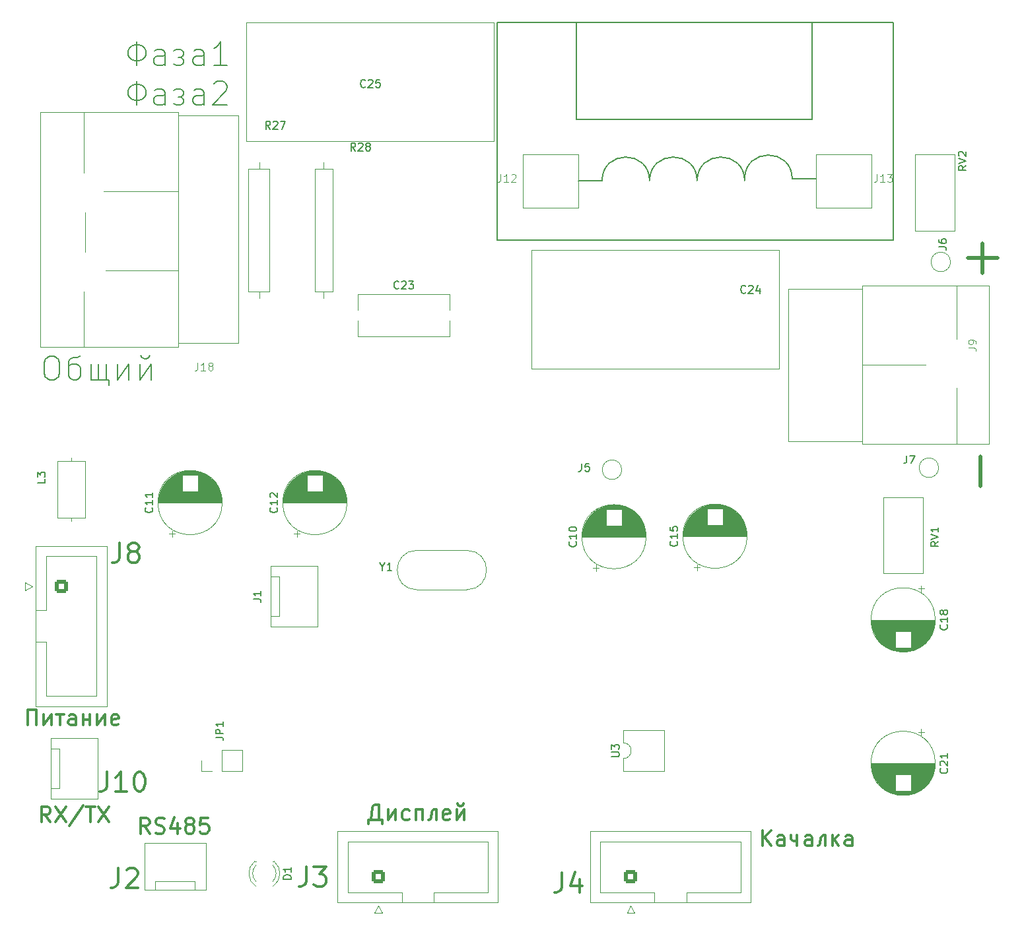
<source format=gto>
G04 #@! TF.GenerationSoftware,KiCad,Pcbnew,7.0.2*
G04 #@! TF.CreationDate,2023-10-15T13:01:48+02:00*
G04 #@! TF.ProjectId,Module_2,4d6f6475-6c65-45f3-922e-6b696361645f,rev?*
G04 #@! TF.SameCoordinates,Original*
G04 #@! TF.FileFunction,Legend,Top*
G04 #@! TF.FilePolarity,Positive*
%FSLAX46Y46*%
G04 Gerber Fmt 4.6, Leading zero omitted, Abs format (unit mm)*
G04 Created by KiCad (PCBNEW 7.0.2) date 2023-10-15 13:01:48*
%MOMM*%
%LPD*%
G01*
G04 APERTURE LIST*
G04 Aperture macros list*
%AMRoundRect*
0 Rectangle with rounded corners*
0 $1 Rounding radius*
0 $2 $3 $4 $5 $6 $7 $8 $9 X,Y pos of 4 corners*
0 Add a 4 corners polygon primitive as box body*
4,1,4,$2,$3,$4,$5,$6,$7,$8,$9,$2,$3,0*
0 Add four circle primitives for the rounded corners*
1,1,$1+$1,$2,$3*
1,1,$1+$1,$4,$5*
1,1,$1+$1,$6,$7*
1,1,$1+$1,$8,$9*
0 Add four rect primitives between the rounded corners*
20,1,$1+$1,$2,$3,$4,$5,0*
20,1,$1+$1,$4,$5,$6,$7,0*
20,1,$1+$1,$6,$7,$8,$9,0*
20,1,$1+$1,$8,$9,$2,$3,0*%
G04 Aperture macros list end*
%ADD10C,0.150000*%
%ADD11C,0.300000*%
%ADD12C,0.200000*%
%ADD13C,0.500000*%
%ADD14C,0.100000*%
%ADD15C,0.120000*%
%ADD16RoundRect,0.250000X-0.600000X-0.600000X0.600000X-0.600000X0.600000X0.600000X-0.600000X0.600000X0*%
%ADD17C,1.700000*%
%ADD18R,1.600000X1.600000*%
%ADD19C,1.600000*%
%ADD20C,2.400000*%
%ADD21O,2.400000X2.400000*%
%ADD22C,3.500000*%
%ADD23RoundRect,0.250000X0.600000X-0.600000X0.600000X0.600000X-0.600000X0.600000X-0.600000X-0.600000X0*%
%ADD24C,5.000000*%
%ADD25R,1.800000X1.800000*%
%ADD26C,1.800000*%
%ADD27R,1.730000X2.030000*%
%ADD28O,1.730000X2.030000*%
%ADD29C,2.000000*%
%ADD30C,1.500000*%
%ADD31O,1.600000X1.600000*%
%ADD32R,2.030000X1.730000*%
%ADD33O,2.030000X1.730000*%
%ADD34R,1.700000X1.700000*%
%ADD35O,1.700000X1.700000*%
%ADD36C,1.440000*%
%ADD37O,3.600000X3.600000*%
%ADD38R,4.500000X2.500000*%
%ADD39O,4.500000X2.500000*%
G04 APERTURE END LIST*
D10*
X115062000Y-50800000D02*
X112014000Y-50800000D01*
X121158000Y-50800000D02*
G75*
G03*
X115062000Y-50800000I-3048000J0D01*
G01*
X111760000Y-30480000D02*
X141986000Y-30480000D01*
X141986000Y-42926000D01*
X111760000Y-42926000D01*
X111760000Y-30480000D01*
X127254000Y-50800000D02*
G75*
G03*
X121158000Y-50800000I-3048000J0D01*
G01*
X133350000Y-50800000D02*
G75*
G03*
X127254000Y-50800000I-3048000J0D01*
G01*
X139446000Y-50546000D02*
X142494000Y-50546000D01*
X139446000Y-50546000D02*
G75*
G03*
X133350000Y-50546000I-3048000J0D01*
G01*
X101600000Y-30480000D02*
X152400000Y-30480000D01*
X152400000Y-58420000D01*
X101600000Y-58420000D01*
X101600000Y-30480000D01*
D11*
X135604190Y-136153238D02*
X135604190Y-134153238D01*
X136747047Y-136153238D02*
X135889904Y-135010380D01*
X136747047Y-134153238D02*
X135604190Y-135296095D01*
X138461333Y-136153238D02*
X138461333Y-135105619D01*
X138461333Y-135105619D02*
X138366095Y-134915142D01*
X138366095Y-134915142D02*
X138175619Y-134819904D01*
X138175619Y-134819904D02*
X137794666Y-134819904D01*
X137794666Y-134819904D02*
X137604190Y-134915142D01*
X138461333Y-136058000D02*
X138270857Y-136153238D01*
X138270857Y-136153238D02*
X137794666Y-136153238D01*
X137794666Y-136153238D02*
X137604190Y-136058000D01*
X137604190Y-136058000D02*
X137508952Y-135867523D01*
X137508952Y-135867523D02*
X137508952Y-135677047D01*
X137508952Y-135677047D02*
X137604190Y-135486571D01*
X137604190Y-135486571D02*
X137794666Y-135391333D01*
X137794666Y-135391333D02*
X138270857Y-135391333D01*
X138270857Y-135391333D02*
X138461333Y-135296095D01*
X140080381Y-134819904D02*
X140080381Y-136153238D01*
X139318476Y-134819904D02*
X139318476Y-135296095D01*
X139318476Y-135296095D02*
X139413714Y-135486571D01*
X139413714Y-135486571D02*
X139604190Y-135581809D01*
X139604190Y-135581809D02*
X140080381Y-135581809D01*
X141985143Y-136153238D02*
X141985143Y-135105619D01*
X141985143Y-135105619D02*
X141889905Y-134915142D01*
X141889905Y-134915142D02*
X141699429Y-134819904D01*
X141699429Y-134819904D02*
X141318476Y-134819904D01*
X141318476Y-134819904D02*
X141128000Y-134915142D01*
X141985143Y-136058000D02*
X141794667Y-136153238D01*
X141794667Y-136153238D02*
X141318476Y-136153238D01*
X141318476Y-136153238D02*
X141128000Y-136058000D01*
X141128000Y-136058000D02*
X141032762Y-135867523D01*
X141032762Y-135867523D02*
X141032762Y-135677047D01*
X141032762Y-135677047D02*
X141128000Y-135486571D01*
X141128000Y-135486571D02*
X141318476Y-135391333D01*
X141318476Y-135391333D02*
X141794667Y-135391333D01*
X141794667Y-135391333D02*
X141985143Y-135296095D01*
X143699429Y-136153238D02*
X143699429Y-134819904D01*
X143699429Y-134819904D02*
X143413714Y-134819904D01*
X143413714Y-134819904D02*
X143223238Y-134915142D01*
X143223238Y-134915142D02*
X143128000Y-135105619D01*
X143128000Y-135105619D02*
X143032762Y-135867523D01*
X143032762Y-135867523D02*
X142937524Y-136058000D01*
X142937524Y-136058000D02*
X142747048Y-136153238D01*
X144651810Y-134819904D02*
X144651810Y-136153238D01*
X144842286Y-135391333D02*
X145413715Y-136153238D01*
X145413715Y-134819904D02*
X144651810Y-135581809D01*
X147128001Y-136153238D02*
X147128001Y-135105619D01*
X147128001Y-135105619D02*
X147032763Y-134915142D01*
X147032763Y-134915142D02*
X146842287Y-134819904D01*
X146842287Y-134819904D02*
X146461334Y-134819904D01*
X146461334Y-134819904D02*
X146270858Y-134915142D01*
X147128001Y-136058000D02*
X146937525Y-136153238D01*
X146937525Y-136153238D02*
X146461334Y-136153238D01*
X146461334Y-136153238D02*
X146270858Y-136058000D01*
X146270858Y-136058000D02*
X146175620Y-135867523D01*
X146175620Y-135867523D02*
X146175620Y-135677047D01*
X146175620Y-135677047D02*
X146270858Y-135486571D01*
X146270858Y-135486571D02*
X146461334Y-135391333D01*
X146461334Y-135391333D02*
X146937525Y-135391333D01*
X146937525Y-135391333D02*
X147128001Y-135296095D01*
X41370190Y-120659238D02*
X41370190Y-118659238D01*
X41370190Y-118659238D02*
X42513047Y-118659238D01*
X42513047Y-118659238D02*
X42513047Y-120659238D01*
X43465428Y-119325904D02*
X43465428Y-120659238D01*
X43465428Y-120659238D02*
X44417809Y-119325904D01*
X44417809Y-119325904D02*
X44417809Y-120659238D01*
X45084476Y-119325904D02*
X46036857Y-119325904D01*
X45560666Y-119325904D02*
X45560666Y-120659238D01*
X47560666Y-120659238D02*
X47560666Y-119611619D01*
X47560666Y-119611619D02*
X47465428Y-119421142D01*
X47465428Y-119421142D02*
X47274952Y-119325904D01*
X47274952Y-119325904D02*
X46893999Y-119325904D01*
X46893999Y-119325904D02*
X46703523Y-119421142D01*
X47560666Y-120564000D02*
X47370190Y-120659238D01*
X47370190Y-120659238D02*
X46893999Y-120659238D01*
X46893999Y-120659238D02*
X46703523Y-120564000D01*
X46703523Y-120564000D02*
X46608285Y-120373523D01*
X46608285Y-120373523D02*
X46608285Y-120183047D01*
X46608285Y-120183047D02*
X46703523Y-119992571D01*
X46703523Y-119992571D02*
X46893999Y-119897333D01*
X46893999Y-119897333D02*
X47370190Y-119897333D01*
X47370190Y-119897333D02*
X47560666Y-119802095D01*
X48513047Y-119992571D02*
X49370190Y-119992571D01*
X48513047Y-119325904D02*
X48513047Y-120659238D01*
X49370190Y-119325904D02*
X49370190Y-120659238D01*
X50322571Y-119325904D02*
X50322571Y-120659238D01*
X50322571Y-120659238D02*
X51274952Y-119325904D01*
X51274952Y-119325904D02*
X51274952Y-120659238D01*
X52989238Y-120564000D02*
X52798762Y-120659238D01*
X52798762Y-120659238D02*
X52417809Y-120659238D01*
X52417809Y-120659238D02*
X52227333Y-120564000D01*
X52227333Y-120564000D02*
X52132095Y-120373523D01*
X52132095Y-120373523D02*
X52132095Y-119611619D01*
X52132095Y-119611619D02*
X52227333Y-119421142D01*
X52227333Y-119421142D02*
X52417809Y-119325904D01*
X52417809Y-119325904D02*
X52798762Y-119325904D01*
X52798762Y-119325904D02*
X52989238Y-119421142D01*
X52989238Y-119421142D02*
X53084476Y-119611619D01*
X53084476Y-119611619D02*
X53084476Y-119802095D01*
X53084476Y-119802095D02*
X52132095Y-119992571D01*
X44291047Y-133105238D02*
X43624380Y-132152857D01*
X43148190Y-133105238D02*
X43148190Y-131105238D01*
X43148190Y-131105238D02*
X43910095Y-131105238D01*
X43910095Y-131105238D02*
X44100571Y-131200476D01*
X44100571Y-131200476D02*
X44195809Y-131295714D01*
X44195809Y-131295714D02*
X44291047Y-131486190D01*
X44291047Y-131486190D02*
X44291047Y-131771904D01*
X44291047Y-131771904D02*
X44195809Y-131962380D01*
X44195809Y-131962380D02*
X44100571Y-132057619D01*
X44100571Y-132057619D02*
X43910095Y-132152857D01*
X43910095Y-132152857D02*
X43148190Y-132152857D01*
X44957714Y-131105238D02*
X46291047Y-133105238D01*
X46291047Y-131105238D02*
X44957714Y-133105238D01*
X48481523Y-131010000D02*
X46767238Y-133581428D01*
X48862476Y-131105238D02*
X50005333Y-131105238D01*
X49433904Y-133105238D02*
X49433904Y-131105238D01*
X50481524Y-131105238D02*
X51814857Y-133105238D01*
X51814857Y-131105238D02*
X50481524Y-133105238D01*
X86836000Y-133327428D02*
X86836000Y-132851238D01*
X86836000Y-132851238D02*
X85121714Y-132851238D01*
X85121714Y-132851238D02*
X85121714Y-133327428D01*
X86455047Y-132851238D02*
X86455047Y-130851238D01*
X86455047Y-130851238D02*
X85978857Y-130851238D01*
X85978857Y-130851238D02*
X85788380Y-130946476D01*
X85788380Y-130946476D02*
X85693142Y-131041714D01*
X85693142Y-131041714D02*
X85597904Y-131232190D01*
X85597904Y-131232190D02*
X85407428Y-132851238D01*
X87597904Y-131517904D02*
X87597904Y-132851238D01*
X87597904Y-132851238D02*
X88550285Y-131517904D01*
X88550285Y-131517904D02*
X88550285Y-132851238D01*
X90359809Y-132756000D02*
X90169333Y-132851238D01*
X90169333Y-132851238D02*
X89788380Y-132851238D01*
X89788380Y-132851238D02*
X89597904Y-132756000D01*
X89597904Y-132756000D02*
X89502666Y-132660761D01*
X89502666Y-132660761D02*
X89407428Y-132470285D01*
X89407428Y-132470285D02*
X89407428Y-131898857D01*
X89407428Y-131898857D02*
X89502666Y-131708380D01*
X89502666Y-131708380D02*
X89597904Y-131613142D01*
X89597904Y-131613142D02*
X89788380Y-131517904D01*
X89788380Y-131517904D02*
X90169333Y-131517904D01*
X90169333Y-131517904D02*
X90359809Y-131613142D01*
X91216952Y-132851238D02*
X91216952Y-131517904D01*
X91216952Y-131517904D02*
X92074095Y-131517904D01*
X92074095Y-131517904D02*
X92074095Y-132851238D01*
X93788381Y-132851238D02*
X93788381Y-131517904D01*
X93788381Y-131517904D02*
X93502666Y-131517904D01*
X93502666Y-131517904D02*
X93312190Y-131613142D01*
X93312190Y-131613142D02*
X93216952Y-131803619D01*
X93216952Y-131803619D02*
X93121714Y-132565523D01*
X93121714Y-132565523D02*
X93026476Y-132756000D01*
X93026476Y-132756000D02*
X92836000Y-132851238D01*
X95502667Y-132756000D02*
X95312191Y-132851238D01*
X95312191Y-132851238D02*
X94931238Y-132851238D01*
X94931238Y-132851238D02*
X94740762Y-132756000D01*
X94740762Y-132756000D02*
X94645524Y-132565523D01*
X94645524Y-132565523D02*
X94645524Y-131803619D01*
X94645524Y-131803619D02*
X94740762Y-131613142D01*
X94740762Y-131613142D02*
X94931238Y-131517904D01*
X94931238Y-131517904D02*
X95312191Y-131517904D01*
X95312191Y-131517904D02*
X95502667Y-131613142D01*
X95502667Y-131613142D02*
X95597905Y-131803619D01*
X95597905Y-131803619D02*
X95597905Y-131994095D01*
X95597905Y-131994095D02*
X94645524Y-132184571D01*
X96455048Y-131517904D02*
X96455048Y-132851238D01*
X96455048Y-132851238D02*
X97407429Y-131517904D01*
X97407429Y-131517904D02*
X97407429Y-132851238D01*
X96550286Y-130756000D02*
X96645524Y-130946476D01*
X96645524Y-130946476D02*
X96836000Y-131041714D01*
X96836000Y-131041714D02*
X97026477Y-131041714D01*
X97026477Y-131041714D02*
X97216953Y-130946476D01*
X97216953Y-130946476D02*
X97312191Y-130756000D01*
D12*
X55419428Y-35954857D02*
X55419428Y-32954857D01*
X55133714Y-33383428D02*
X55705142Y-33383428D01*
X55705142Y-33383428D02*
X56133714Y-33526285D01*
X56133714Y-33526285D02*
X56419428Y-33812000D01*
X56419428Y-33812000D02*
X56562285Y-34097714D01*
X56562285Y-34097714D02*
X56562285Y-34669142D01*
X56562285Y-34669142D02*
X56419428Y-34954857D01*
X56419428Y-34954857D02*
X56133714Y-35240571D01*
X56133714Y-35240571D02*
X55705142Y-35383428D01*
X55705142Y-35383428D02*
X55133714Y-35383428D01*
X55133714Y-35383428D02*
X54705142Y-35240571D01*
X54705142Y-35240571D02*
X54419428Y-34954857D01*
X54419428Y-34954857D02*
X54276571Y-34669142D01*
X54276571Y-34669142D02*
X54276571Y-34097714D01*
X54276571Y-34097714D02*
X54419428Y-33812000D01*
X54419428Y-33812000D02*
X54705142Y-33526285D01*
X54705142Y-33526285D02*
X55133714Y-33383428D01*
X58990857Y-35954857D02*
X58990857Y-34383428D01*
X58990857Y-34383428D02*
X58847999Y-34097714D01*
X58847999Y-34097714D02*
X58562285Y-33954857D01*
X58562285Y-33954857D02*
X57990857Y-33954857D01*
X57990857Y-33954857D02*
X57705142Y-34097714D01*
X58990857Y-35812000D02*
X58705142Y-35954857D01*
X58705142Y-35954857D02*
X57990857Y-35954857D01*
X57990857Y-35954857D02*
X57705142Y-35812000D01*
X57705142Y-35812000D02*
X57562285Y-35526285D01*
X57562285Y-35526285D02*
X57562285Y-35240571D01*
X57562285Y-35240571D02*
X57705142Y-34954857D01*
X57705142Y-34954857D02*
X57990857Y-34812000D01*
X57990857Y-34812000D02*
X58705142Y-34812000D01*
X58705142Y-34812000D02*
X58990857Y-34669142D01*
X60705143Y-34954857D02*
X60990857Y-34954857D01*
X60133714Y-34097714D02*
X60419428Y-33954857D01*
X60419428Y-33954857D02*
X60990857Y-33954857D01*
X60990857Y-33954857D02*
X61276571Y-34097714D01*
X61276571Y-34097714D02*
X61419428Y-34383428D01*
X61419428Y-34383428D02*
X61419428Y-34526285D01*
X61419428Y-34526285D02*
X61276571Y-34812000D01*
X61276571Y-34812000D02*
X60990857Y-34954857D01*
X60990857Y-34954857D02*
X61276571Y-35097714D01*
X61276571Y-35097714D02*
X61419428Y-35383428D01*
X61419428Y-35383428D02*
X61419428Y-35526285D01*
X61419428Y-35526285D02*
X61276571Y-35812000D01*
X61276571Y-35812000D02*
X60990857Y-35954857D01*
X60990857Y-35954857D02*
X60419428Y-35954857D01*
X60419428Y-35954857D02*
X60133714Y-35812000D01*
X63990857Y-35954857D02*
X63990857Y-34383428D01*
X63990857Y-34383428D02*
X63847999Y-34097714D01*
X63847999Y-34097714D02*
X63562285Y-33954857D01*
X63562285Y-33954857D02*
X62990857Y-33954857D01*
X62990857Y-33954857D02*
X62705142Y-34097714D01*
X63990857Y-35812000D02*
X63705142Y-35954857D01*
X63705142Y-35954857D02*
X62990857Y-35954857D01*
X62990857Y-35954857D02*
X62705142Y-35812000D01*
X62705142Y-35812000D02*
X62562285Y-35526285D01*
X62562285Y-35526285D02*
X62562285Y-35240571D01*
X62562285Y-35240571D02*
X62705142Y-34954857D01*
X62705142Y-34954857D02*
X62990857Y-34812000D01*
X62990857Y-34812000D02*
X63705142Y-34812000D01*
X63705142Y-34812000D02*
X63990857Y-34669142D01*
X66990857Y-35954857D02*
X65276571Y-35954857D01*
X66133714Y-35954857D02*
X66133714Y-32954857D01*
X66133714Y-32954857D02*
X65848000Y-33383428D01*
X65848000Y-33383428D02*
X65562285Y-33669142D01*
X65562285Y-33669142D02*
X65276571Y-33812000D01*
D13*
X161972476Y-60729333D02*
X165782000Y-60729333D01*
X163877238Y-62634095D02*
X163877238Y-58824571D01*
D12*
X44211714Y-73340857D02*
X44783142Y-73340857D01*
X44783142Y-73340857D02*
X45068857Y-73483714D01*
X45068857Y-73483714D02*
X45354571Y-73769428D01*
X45354571Y-73769428D02*
X45497428Y-74340857D01*
X45497428Y-74340857D02*
X45497428Y-75340857D01*
X45497428Y-75340857D02*
X45354571Y-75912285D01*
X45354571Y-75912285D02*
X45068857Y-76198000D01*
X45068857Y-76198000D02*
X44783142Y-76340857D01*
X44783142Y-76340857D02*
X44211714Y-76340857D01*
X44211714Y-76340857D02*
X43926000Y-76198000D01*
X43926000Y-76198000D02*
X43640285Y-75912285D01*
X43640285Y-75912285D02*
X43497428Y-75340857D01*
X43497428Y-75340857D02*
X43497428Y-74340857D01*
X43497428Y-74340857D02*
X43640285Y-73769428D01*
X43640285Y-73769428D02*
X43926000Y-73483714D01*
X43926000Y-73483714D02*
X44211714Y-73340857D01*
X48211714Y-73198000D02*
X48068857Y-73340857D01*
X48068857Y-73340857D02*
X47783142Y-73483714D01*
X47783142Y-73483714D02*
X47211714Y-73483714D01*
X47211714Y-73483714D02*
X46925999Y-73626571D01*
X46925999Y-73626571D02*
X46783142Y-73769428D01*
X46783142Y-73769428D02*
X46640285Y-74055142D01*
X46640285Y-74055142D02*
X46640285Y-75769428D01*
X46640285Y-75769428D02*
X46783142Y-76055142D01*
X46783142Y-76055142D02*
X46925999Y-76198000D01*
X46925999Y-76198000D02*
X47211714Y-76340857D01*
X47211714Y-76340857D02*
X47640285Y-76340857D01*
X47640285Y-76340857D02*
X47925999Y-76198000D01*
X47925999Y-76198000D02*
X48068857Y-76055142D01*
X48068857Y-76055142D02*
X48211714Y-75769428D01*
X48211714Y-75769428D02*
X48211714Y-74912285D01*
X48211714Y-74912285D02*
X48068857Y-74626571D01*
X48068857Y-74626571D02*
X47925999Y-74483714D01*
X47925999Y-74483714D02*
X47640285Y-74340857D01*
X47640285Y-74340857D02*
X47068857Y-74340857D01*
X47068857Y-74340857D02*
X46783142Y-74483714D01*
X46783142Y-74483714D02*
X46640285Y-74626571D01*
X50497428Y-74340857D02*
X50497428Y-76340857D01*
X49497428Y-74340857D02*
X49497428Y-76340857D01*
X49497428Y-76340857D02*
X51497428Y-76340857D01*
X51497428Y-76340857D02*
X51497428Y-74340857D01*
X51497428Y-76340857D02*
X51783143Y-76340857D01*
X51783143Y-76340857D02*
X51783143Y-77055142D01*
X52925999Y-74340857D02*
X52925999Y-76340857D01*
X52925999Y-76340857D02*
X54354571Y-74340857D01*
X54354571Y-74340857D02*
X54354571Y-76340857D01*
X55783142Y-74340857D02*
X55783142Y-76340857D01*
X55783142Y-76340857D02*
X57211714Y-74340857D01*
X57211714Y-74340857D02*
X57211714Y-76340857D01*
X55925999Y-73198000D02*
X56068857Y-73483714D01*
X56068857Y-73483714D02*
X56354571Y-73626571D01*
X56354571Y-73626571D02*
X56640285Y-73626571D01*
X56640285Y-73626571D02*
X56925999Y-73483714D01*
X56925999Y-73483714D02*
X57068857Y-73198000D01*
D11*
X57037559Y-134592117D02*
X56370892Y-133639736D01*
X55894702Y-134592117D02*
X55894702Y-132592117D01*
X55894702Y-132592117D02*
X56656607Y-132592117D01*
X56656607Y-132592117D02*
X56847083Y-132687355D01*
X56847083Y-132687355D02*
X56942321Y-132782593D01*
X56942321Y-132782593D02*
X57037559Y-132973069D01*
X57037559Y-132973069D02*
X57037559Y-133258783D01*
X57037559Y-133258783D02*
X56942321Y-133449259D01*
X56942321Y-133449259D02*
X56847083Y-133544498D01*
X56847083Y-133544498D02*
X56656607Y-133639736D01*
X56656607Y-133639736D02*
X55894702Y-133639736D01*
X57799464Y-134496879D02*
X58085178Y-134592117D01*
X58085178Y-134592117D02*
X58561369Y-134592117D01*
X58561369Y-134592117D02*
X58751845Y-134496879D01*
X58751845Y-134496879D02*
X58847083Y-134401640D01*
X58847083Y-134401640D02*
X58942321Y-134211164D01*
X58942321Y-134211164D02*
X58942321Y-134020688D01*
X58942321Y-134020688D02*
X58847083Y-133830212D01*
X58847083Y-133830212D02*
X58751845Y-133734974D01*
X58751845Y-133734974D02*
X58561369Y-133639736D01*
X58561369Y-133639736D02*
X58180416Y-133544498D01*
X58180416Y-133544498D02*
X57989940Y-133449259D01*
X57989940Y-133449259D02*
X57894702Y-133354021D01*
X57894702Y-133354021D02*
X57799464Y-133163545D01*
X57799464Y-133163545D02*
X57799464Y-132973069D01*
X57799464Y-132973069D02*
X57894702Y-132782593D01*
X57894702Y-132782593D02*
X57989940Y-132687355D01*
X57989940Y-132687355D02*
X58180416Y-132592117D01*
X58180416Y-132592117D02*
X58656607Y-132592117D01*
X58656607Y-132592117D02*
X58942321Y-132687355D01*
X60656607Y-133258783D02*
X60656607Y-134592117D01*
X60180416Y-132496879D02*
X59704226Y-133925450D01*
X59704226Y-133925450D02*
X60942321Y-133925450D01*
X61989940Y-133449259D02*
X61799464Y-133354021D01*
X61799464Y-133354021D02*
X61704226Y-133258783D01*
X61704226Y-133258783D02*
X61608988Y-133068307D01*
X61608988Y-133068307D02*
X61608988Y-132973069D01*
X61608988Y-132973069D02*
X61704226Y-132782593D01*
X61704226Y-132782593D02*
X61799464Y-132687355D01*
X61799464Y-132687355D02*
X61989940Y-132592117D01*
X61989940Y-132592117D02*
X62370893Y-132592117D01*
X62370893Y-132592117D02*
X62561369Y-132687355D01*
X62561369Y-132687355D02*
X62656607Y-132782593D01*
X62656607Y-132782593D02*
X62751845Y-132973069D01*
X62751845Y-132973069D02*
X62751845Y-133068307D01*
X62751845Y-133068307D02*
X62656607Y-133258783D01*
X62656607Y-133258783D02*
X62561369Y-133354021D01*
X62561369Y-133354021D02*
X62370893Y-133449259D01*
X62370893Y-133449259D02*
X61989940Y-133449259D01*
X61989940Y-133449259D02*
X61799464Y-133544498D01*
X61799464Y-133544498D02*
X61704226Y-133639736D01*
X61704226Y-133639736D02*
X61608988Y-133830212D01*
X61608988Y-133830212D02*
X61608988Y-134211164D01*
X61608988Y-134211164D02*
X61704226Y-134401640D01*
X61704226Y-134401640D02*
X61799464Y-134496879D01*
X61799464Y-134496879D02*
X61989940Y-134592117D01*
X61989940Y-134592117D02*
X62370893Y-134592117D01*
X62370893Y-134592117D02*
X62561369Y-134496879D01*
X62561369Y-134496879D02*
X62656607Y-134401640D01*
X62656607Y-134401640D02*
X62751845Y-134211164D01*
X62751845Y-134211164D02*
X62751845Y-133830212D01*
X62751845Y-133830212D02*
X62656607Y-133639736D01*
X62656607Y-133639736D02*
X62561369Y-133544498D01*
X62561369Y-133544498D02*
X62370893Y-133449259D01*
X64561369Y-132592117D02*
X63608988Y-132592117D01*
X63608988Y-132592117D02*
X63513750Y-133544498D01*
X63513750Y-133544498D02*
X63608988Y-133449259D01*
X63608988Y-133449259D02*
X63799464Y-133354021D01*
X63799464Y-133354021D02*
X64275655Y-133354021D01*
X64275655Y-133354021D02*
X64466131Y-133449259D01*
X64466131Y-133449259D02*
X64561369Y-133544498D01*
X64561369Y-133544498D02*
X64656607Y-133734974D01*
X64656607Y-133734974D02*
X64656607Y-134211164D01*
X64656607Y-134211164D02*
X64561369Y-134401640D01*
X64561369Y-134401640D02*
X64466131Y-134496879D01*
X64466131Y-134496879D02*
X64275655Y-134592117D01*
X64275655Y-134592117D02*
X63799464Y-134592117D01*
X63799464Y-134592117D02*
X63608988Y-134496879D01*
X63608988Y-134496879D02*
X63513750Y-134401640D01*
D13*
X163599333Y-89995523D02*
X163599333Y-86186000D01*
D12*
X55419428Y-41034857D02*
X55419428Y-38034857D01*
X55133714Y-38463428D02*
X55705142Y-38463428D01*
X55705142Y-38463428D02*
X56133714Y-38606285D01*
X56133714Y-38606285D02*
X56419428Y-38892000D01*
X56419428Y-38892000D02*
X56562285Y-39177714D01*
X56562285Y-39177714D02*
X56562285Y-39749142D01*
X56562285Y-39749142D02*
X56419428Y-40034857D01*
X56419428Y-40034857D02*
X56133714Y-40320571D01*
X56133714Y-40320571D02*
X55705142Y-40463428D01*
X55705142Y-40463428D02*
X55133714Y-40463428D01*
X55133714Y-40463428D02*
X54705142Y-40320571D01*
X54705142Y-40320571D02*
X54419428Y-40034857D01*
X54419428Y-40034857D02*
X54276571Y-39749142D01*
X54276571Y-39749142D02*
X54276571Y-39177714D01*
X54276571Y-39177714D02*
X54419428Y-38892000D01*
X54419428Y-38892000D02*
X54705142Y-38606285D01*
X54705142Y-38606285D02*
X55133714Y-38463428D01*
X58990857Y-41034857D02*
X58990857Y-39463428D01*
X58990857Y-39463428D02*
X58847999Y-39177714D01*
X58847999Y-39177714D02*
X58562285Y-39034857D01*
X58562285Y-39034857D02*
X57990857Y-39034857D01*
X57990857Y-39034857D02*
X57705142Y-39177714D01*
X58990857Y-40892000D02*
X58705142Y-41034857D01*
X58705142Y-41034857D02*
X57990857Y-41034857D01*
X57990857Y-41034857D02*
X57705142Y-40892000D01*
X57705142Y-40892000D02*
X57562285Y-40606285D01*
X57562285Y-40606285D02*
X57562285Y-40320571D01*
X57562285Y-40320571D02*
X57705142Y-40034857D01*
X57705142Y-40034857D02*
X57990857Y-39892000D01*
X57990857Y-39892000D02*
X58705142Y-39892000D01*
X58705142Y-39892000D02*
X58990857Y-39749142D01*
X60705143Y-40034857D02*
X60990857Y-40034857D01*
X60133714Y-39177714D02*
X60419428Y-39034857D01*
X60419428Y-39034857D02*
X60990857Y-39034857D01*
X60990857Y-39034857D02*
X61276571Y-39177714D01*
X61276571Y-39177714D02*
X61419428Y-39463428D01*
X61419428Y-39463428D02*
X61419428Y-39606285D01*
X61419428Y-39606285D02*
X61276571Y-39892000D01*
X61276571Y-39892000D02*
X60990857Y-40034857D01*
X60990857Y-40034857D02*
X61276571Y-40177714D01*
X61276571Y-40177714D02*
X61419428Y-40463428D01*
X61419428Y-40463428D02*
X61419428Y-40606285D01*
X61419428Y-40606285D02*
X61276571Y-40892000D01*
X61276571Y-40892000D02*
X60990857Y-41034857D01*
X60990857Y-41034857D02*
X60419428Y-41034857D01*
X60419428Y-41034857D02*
X60133714Y-40892000D01*
X63990857Y-41034857D02*
X63990857Y-39463428D01*
X63990857Y-39463428D02*
X63847999Y-39177714D01*
X63847999Y-39177714D02*
X63562285Y-39034857D01*
X63562285Y-39034857D02*
X62990857Y-39034857D01*
X62990857Y-39034857D02*
X62705142Y-39177714D01*
X63990857Y-40892000D02*
X63705142Y-41034857D01*
X63705142Y-41034857D02*
X62990857Y-41034857D01*
X62990857Y-41034857D02*
X62705142Y-40892000D01*
X62705142Y-40892000D02*
X62562285Y-40606285D01*
X62562285Y-40606285D02*
X62562285Y-40320571D01*
X62562285Y-40320571D02*
X62705142Y-40034857D01*
X62705142Y-40034857D02*
X62990857Y-39892000D01*
X62990857Y-39892000D02*
X63705142Y-39892000D01*
X63705142Y-39892000D02*
X63990857Y-39749142D01*
X65276571Y-38320571D02*
X65419428Y-38177714D01*
X65419428Y-38177714D02*
X65705143Y-38034857D01*
X65705143Y-38034857D02*
X66419428Y-38034857D01*
X66419428Y-38034857D02*
X66705143Y-38177714D01*
X66705143Y-38177714D02*
X66848000Y-38320571D01*
X66848000Y-38320571D02*
X66990857Y-38606285D01*
X66990857Y-38606285D02*
X66990857Y-38892000D01*
X66990857Y-38892000D02*
X66848000Y-39320571D01*
X66848000Y-39320571D02*
X65133714Y-41034857D01*
X65133714Y-41034857D02*
X66990857Y-41034857D01*
D11*
X53205941Y-97313087D02*
X53205941Y-99098801D01*
X53205941Y-99098801D02*
X53086894Y-99455944D01*
X53086894Y-99455944D02*
X52848798Y-99694040D01*
X52848798Y-99694040D02*
X52491656Y-99813087D01*
X52491656Y-99813087D02*
X52253560Y-99813087D01*
X54753560Y-98384516D02*
X54515465Y-98265468D01*
X54515465Y-98265468D02*
X54396418Y-98146420D01*
X54396418Y-98146420D02*
X54277370Y-97908325D01*
X54277370Y-97908325D02*
X54277370Y-97789278D01*
X54277370Y-97789278D02*
X54396418Y-97551182D01*
X54396418Y-97551182D02*
X54515465Y-97432135D01*
X54515465Y-97432135D02*
X54753560Y-97313087D01*
X54753560Y-97313087D02*
X55229751Y-97313087D01*
X55229751Y-97313087D02*
X55467846Y-97432135D01*
X55467846Y-97432135D02*
X55586894Y-97551182D01*
X55586894Y-97551182D02*
X55705941Y-97789278D01*
X55705941Y-97789278D02*
X55705941Y-97908325D01*
X55705941Y-97908325D02*
X55586894Y-98146420D01*
X55586894Y-98146420D02*
X55467846Y-98265468D01*
X55467846Y-98265468D02*
X55229751Y-98384516D01*
X55229751Y-98384516D02*
X54753560Y-98384516D01*
X54753560Y-98384516D02*
X54515465Y-98503563D01*
X54515465Y-98503563D02*
X54396418Y-98622611D01*
X54396418Y-98622611D02*
X54277370Y-98860706D01*
X54277370Y-98860706D02*
X54277370Y-99336897D01*
X54277370Y-99336897D02*
X54396418Y-99574992D01*
X54396418Y-99574992D02*
X54515465Y-99694040D01*
X54515465Y-99694040D02*
X54753560Y-99813087D01*
X54753560Y-99813087D02*
X55229751Y-99813087D01*
X55229751Y-99813087D02*
X55467846Y-99694040D01*
X55467846Y-99694040D02*
X55586894Y-99574992D01*
X55586894Y-99574992D02*
X55705941Y-99336897D01*
X55705941Y-99336897D02*
X55705941Y-98860706D01*
X55705941Y-98860706D02*
X55586894Y-98622611D01*
X55586894Y-98622611D02*
X55467846Y-98503563D01*
X55467846Y-98503563D02*
X55229751Y-98384516D01*
D10*
X57347380Y-92747508D02*
X57395000Y-92795127D01*
X57395000Y-92795127D02*
X57442619Y-92937984D01*
X57442619Y-92937984D02*
X57442619Y-93033222D01*
X57442619Y-93033222D02*
X57395000Y-93176079D01*
X57395000Y-93176079D02*
X57299761Y-93271317D01*
X57299761Y-93271317D02*
X57204523Y-93318936D01*
X57204523Y-93318936D02*
X57014047Y-93366555D01*
X57014047Y-93366555D02*
X56871190Y-93366555D01*
X56871190Y-93366555D02*
X56680714Y-93318936D01*
X56680714Y-93318936D02*
X56585476Y-93271317D01*
X56585476Y-93271317D02*
X56490238Y-93176079D01*
X56490238Y-93176079D02*
X56442619Y-93033222D01*
X56442619Y-93033222D02*
X56442619Y-92937984D01*
X56442619Y-92937984D02*
X56490238Y-92795127D01*
X56490238Y-92795127D02*
X56537857Y-92747508D01*
X57442619Y-91795127D02*
X57442619Y-92366555D01*
X57442619Y-92080841D02*
X56442619Y-92080841D01*
X56442619Y-92080841D02*
X56585476Y-92176079D01*
X56585476Y-92176079D02*
X56680714Y-92271317D01*
X56680714Y-92271317D02*
X56728333Y-92366555D01*
X57442619Y-90842746D02*
X57442619Y-91414174D01*
X57442619Y-91128460D02*
X56442619Y-91128460D01*
X56442619Y-91128460D02*
X56585476Y-91223698D01*
X56585476Y-91223698D02*
X56680714Y-91318936D01*
X56680714Y-91318936D02*
X56728333Y-91414174D01*
X111703380Y-97122857D02*
X111751000Y-97170476D01*
X111751000Y-97170476D02*
X111798619Y-97313333D01*
X111798619Y-97313333D02*
X111798619Y-97408571D01*
X111798619Y-97408571D02*
X111751000Y-97551428D01*
X111751000Y-97551428D02*
X111655761Y-97646666D01*
X111655761Y-97646666D02*
X111560523Y-97694285D01*
X111560523Y-97694285D02*
X111370047Y-97741904D01*
X111370047Y-97741904D02*
X111227190Y-97741904D01*
X111227190Y-97741904D02*
X111036714Y-97694285D01*
X111036714Y-97694285D02*
X110941476Y-97646666D01*
X110941476Y-97646666D02*
X110846238Y-97551428D01*
X110846238Y-97551428D02*
X110798619Y-97408571D01*
X110798619Y-97408571D02*
X110798619Y-97313333D01*
X110798619Y-97313333D02*
X110846238Y-97170476D01*
X110846238Y-97170476D02*
X110893857Y-97122857D01*
X111798619Y-96170476D02*
X111798619Y-96741904D01*
X111798619Y-96456190D02*
X110798619Y-96456190D01*
X110798619Y-96456190D02*
X110941476Y-96551428D01*
X110941476Y-96551428D02*
X111036714Y-96646666D01*
X111036714Y-96646666D02*
X111084333Y-96741904D01*
X110798619Y-95551428D02*
X110798619Y-95456190D01*
X110798619Y-95456190D02*
X110846238Y-95360952D01*
X110846238Y-95360952D02*
X110893857Y-95313333D01*
X110893857Y-95313333D02*
X110989095Y-95265714D01*
X110989095Y-95265714D02*
X111179571Y-95218095D01*
X111179571Y-95218095D02*
X111417666Y-95218095D01*
X111417666Y-95218095D02*
X111608142Y-95265714D01*
X111608142Y-95265714D02*
X111703380Y-95313333D01*
X111703380Y-95313333D02*
X111751000Y-95360952D01*
X111751000Y-95360952D02*
X111798619Y-95456190D01*
X111798619Y-95456190D02*
X111798619Y-95551428D01*
X111798619Y-95551428D02*
X111751000Y-95646666D01*
X111751000Y-95646666D02*
X111703380Y-95694285D01*
X111703380Y-95694285D02*
X111608142Y-95741904D01*
X111608142Y-95741904D02*
X111417666Y-95789523D01*
X111417666Y-95789523D02*
X111179571Y-95789523D01*
X111179571Y-95789523D02*
X110989095Y-95741904D01*
X110989095Y-95741904D02*
X110893857Y-95694285D01*
X110893857Y-95694285D02*
X110846238Y-95646666D01*
X110846238Y-95646666D02*
X110798619Y-95551428D01*
X72509142Y-44150619D02*
X72175809Y-43674428D01*
X71937714Y-44150619D02*
X71937714Y-43150619D01*
X71937714Y-43150619D02*
X72318666Y-43150619D01*
X72318666Y-43150619D02*
X72413904Y-43198238D01*
X72413904Y-43198238D02*
X72461523Y-43245857D01*
X72461523Y-43245857D02*
X72509142Y-43341095D01*
X72509142Y-43341095D02*
X72509142Y-43483952D01*
X72509142Y-43483952D02*
X72461523Y-43579190D01*
X72461523Y-43579190D02*
X72413904Y-43626809D01*
X72413904Y-43626809D02*
X72318666Y-43674428D01*
X72318666Y-43674428D02*
X71937714Y-43674428D01*
X72890095Y-43245857D02*
X72937714Y-43198238D01*
X72937714Y-43198238D02*
X73032952Y-43150619D01*
X73032952Y-43150619D02*
X73271047Y-43150619D01*
X73271047Y-43150619D02*
X73366285Y-43198238D01*
X73366285Y-43198238D02*
X73413904Y-43245857D01*
X73413904Y-43245857D02*
X73461523Y-43341095D01*
X73461523Y-43341095D02*
X73461523Y-43436333D01*
X73461523Y-43436333D02*
X73413904Y-43579190D01*
X73413904Y-43579190D02*
X72842476Y-44150619D01*
X72842476Y-44150619D02*
X73461523Y-44150619D01*
X73794857Y-43150619D02*
X74461523Y-43150619D01*
X74461523Y-43150619D02*
X74032952Y-44150619D01*
X73349380Y-92747508D02*
X73397000Y-92795127D01*
X73397000Y-92795127D02*
X73444619Y-92937984D01*
X73444619Y-92937984D02*
X73444619Y-93033222D01*
X73444619Y-93033222D02*
X73397000Y-93176079D01*
X73397000Y-93176079D02*
X73301761Y-93271317D01*
X73301761Y-93271317D02*
X73206523Y-93318936D01*
X73206523Y-93318936D02*
X73016047Y-93366555D01*
X73016047Y-93366555D02*
X72873190Y-93366555D01*
X72873190Y-93366555D02*
X72682714Y-93318936D01*
X72682714Y-93318936D02*
X72587476Y-93271317D01*
X72587476Y-93271317D02*
X72492238Y-93176079D01*
X72492238Y-93176079D02*
X72444619Y-93033222D01*
X72444619Y-93033222D02*
X72444619Y-92937984D01*
X72444619Y-92937984D02*
X72492238Y-92795127D01*
X72492238Y-92795127D02*
X72539857Y-92747508D01*
X73444619Y-91795127D02*
X73444619Y-92366555D01*
X73444619Y-92080841D02*
X72444619Y-92080841D01*
X72444619Y-92080841D02*
X72587476Y-92176079D01*
X72587476Y-92176079D02*
X72682714Y-92271317D01*
X72682714Y-92271317D02*
X72730333Y-92366555D01*
X72539857Y-91414174D02*
X72492238Y-91366555D01*
X72492238Y-91366555D02*
X72444619Y-91271317D01*
X72444619Y-91271317D02*
X72444619Y-91033222D01*
X72444619Y-91033222D02*
X72492238Y-90937984D01*
X72492238Y-90937984D02*
X72539857Y-90890365D01*
X72539857Y-90890365D02*
X72635095Y-90842746D01*
X72635095Y-90842746D02*
X72730333Y-90842746D01*
X72730333Y-90842746D02*
X72873190Y-90890365D01*
X72873190Y-90890365D02*
X73444619Y-91461793D01*
X73444619Y-91461793D02*
X73444619Y-90842746D01*
D11*
X109910666Y-139626547D02*
X109910666Y-141412261D01*
X109910666Y-141412261D02*
X109791619Y-141769404D01*
X109791619Y-141769404D02*
X109553523Y-142007500D01*
X109553523Y-142007500D02*
X109196381Y-142126547D01*
X109196381Y-142126547D02*
X108958285Y-142126547D01*
X112172571Y-140459880D02*
X112172571Y-142126547D01*
X111577333Y-139507500D02*
X110982095Y-141293214D01*
X110982095Y-141293214D02*
X112529714Y-141293214D01*
X77144666Y-138864547D02*
X77144666Y-140650261D01*
X77144666Y-140650261D02*
X77025619Y-141007404D01*
X77025619Y-141007404D02*
X76787523Y-141245500D01*
X76787523Y-141245500D02*
X76430381Y-141364547D01*
X76430381Y-141364547D02*
X76192285Y-141364547D01*
X78097047Y-138864547D02*
X79644666Y-138864547D01*
X79644666Y-138864547D02*
X78811333Y-139816928D01*
X78811333Y-139816928D02*
X79168476Y-139816928D01*
X79168476Y-139816928D02*
X79406571Y-139935976D01*
X79406571Y-139935976D02*
X79525619Y-140055023D01*
X79525619Y-140055023D02*
X79644666Y-140293119D01*
X79644666Y-140293119D02*
X79644666Y-140888357D01*
X79644666Y-140888357D02*
X79525619Y-141126452D01*
X79525619Y-141126452D02*
X79406571Y-141245500D01*
X79406571Y-141245500D02*
X79168476Y-141364547D01*
X79168476Y-141364547D02*
X78454190Y-141364547D01*
X78454190Y-141364547D02*
X78216095Y-141245500D01*
X78216095Y-141245500D02*
X78097047Y-141126452D01*
D10*
X159287380Y-107797857D02*
X159335000Y-107845476D01*
X159335000Y-107845476D02*
X159382619Y-107988333D01*
X159382619Y-107988333D02*
X159382619Y-108083571D01*
X159382619Y-108083571D02*
X159335000Y-108226428D01*
X159335000Y-108226428D02*
X159239761Y-108321666D01*
X159239761Y-108321666D02*
X159144523Y-108369285D01*
X159144523Y-108369285D02*
X158954047Y-108416904D01*
X158954047Y-108416904D02*
X158811190Y-108416904D01*
X158811190Y-108416904D02*
X158620714Y-108369285D01*
X158620714Y-108369285D02*
X158525476Y-108321666D01*
X158525476Y-108321666D02*
X158430238Y-108226428D01*
X158430238Y-108226428D02*
X158382619Y-108083571D01*
X158382619Y-108083571D02*
X158382619Y-107988333D01*
X158382619Y-107988333D02*
X158430238Y-107845476D01*
X158430238Y-107845476D02*
X158477857Y-107797857D01*
X159382619Y-106845476D02*
X159382619Y-107416904D01*
X159382619Y-107131190D02*
X158382619Y-107131190D01*
X158382619Y-107131190D02*
X158525476Y-107226428D01*
X158525476Y-107226428D02*
X158620714Y-107321666D01*
X158620714Y-107321666D02*
X158668333Y-107416904D01*
X158811190Y-106274047D02*
X158763571Y-106369285D01*
X158763571Y-106369285D02*
X158715952Y-106416904D01*
X158715952Y-106416904D02*
X158620714Y-106464523D01*
X158620714Y-106464523D02*
X158573095Y-106464523D01*
X158573095Y-106464523D02*
X158477857Y-106416904D01*
X158477857Y-106416904D02*
X158430238Y-106369285D01*
X158430238Y-106369285D02*
X158382619Y-106274047D01*
X158382619Y-106274047D02*
X158382619Y-106083571D01*
X158382619Y-106083571D02*
X158430238Y-105988333D01*
X158430238Y-105988333D02*
X158477857Y-105940714D01*
X158477857Y-105940714D02*
X158573095Y-105893095D01*
X158573095Y-105893095D02*
X158620714Y-105893095D01*
X158620714Y-105893095D02*
X158715952Y-105940714D01*
X158715952Y-105940714D02*
X158763571Y-105988333D01*
X158763571Y-105988333D02*
X158811190Y-106083571D01*
X158811190Y-106083571D02*
X158811190Y-106274047D01*
X158811190Y-106274047D02*
X158858809Y-106369285D01*
X158858809Y-106369285D02*
X158906428Y-106416904D01*
X158906428Y-106416904D02*
X159001666Y-106464523D01*
X159001666Y-106464523D02*
X159192142Y-106464523D01*
X159192142Y-106464523D02*
X159287380Y-106416904D01*
X159287380Y-106416904D02*
X159335000Y-106369285D01*
X159335000Y-106369285D02*
X159382619Y-106274047D01*
X159382619Y-106274047D02*
X159382619Y-106083571D01*
X159382619Y-106083571D02*
X159335000Y-105988333D01*
X159335000Y-105988333D02*
X159287380Y-105940714D01*
X159287380Y-105940714D02*
X159192142Y-105893095D01*
X159192142Y-105893095D02*
X159001666Y-105893095D01*
X159001666Y-105893095D02*
X158906428Y-105940714D01*
X158906428Y-105940714D02*
X158858809Y-105988333D01*
X158858809Y-105988333D02*
X158811190Y-106083571D01*
D14*
X162022619Y-72215333D02*
X162736904Y-72215333D01*
X162736904Y-72215333D02*
X162879761Y-72262952D01*
X162879761Y-72262952D02*
X162975000Y-72358190D01*
X162975000Y-72358190D02*
X163022619Y-72501047D01*
X163022619Y-72501047D02*
X163022619Y-72596285D01*
X163022619Y-71691523D02*
X163022619Y-71501047D01*
X163022619Y-71501047D02*
X162975000Y-71405809D01*
X162975000Y-71405809D02*
X162927380Y-71358190D01*
X162927380Y-71358190D02*
X162784523Y-71262952D01*
X162784523Y-71262952D02*
X162594047Y-71215333D01*
X162594047Y-71215333D02*
X162213095Y-71215333D01*
X162213095Y-71215333D02*
X162117857Y-71262952D01*
X162117857Y-71262952D02*
X162070238Y-71310571D01*
X162070238Y-71310571D02*
X162022619Y-71405809D01*
X162022619Y-71405809D02*
X162022619Y-71596285D01*
X162022619Y-71596285D02*
X162070238Y-71691523D01*
X162070238Y-71691523D02*
X162117857Y-71739142D01*
X162117857Y-71739142D02*
X162213095Y-71786761D01*
X162213095Y-71786761D02*
X162451190Y-71786761D01*
X162451190Y-71786761D02*
X162546428Y-71739142D01*
X162546428Y-71739142D02*
X162594047Y-71691523D01*
X162594047Y-71691523D02*
X162641666Y-71596285D01*
X162641666Y-71596285D02*
X162641666Y-71405809D01*
X162641666Y-71405809D02*
X162594047Y-71310571D01*
X162594047Y-71310571D02*
X162546428Y-71262952D01*
X162546428Y-71262952D02*
X162451190Y-71215333D01*
D10*
X75177619Y-140438094D02*
X74177619Y-140438094D01*
X74177619Y-140438094D02*
X74177619Y-140199999D01*
X74177619Y-140199999D02*
X74225238Y-140057142D01*
X74225238Y-140057142D02*
X74320476Y-139961904D01*
X74320476Y-139961904D02*
X74415714Y-139914285D01*
X74415714Y-139914285D02*
X74606190Y-139866666D01*
X74606190Y-139866666D02*
X74749047Y-139866666D01*
X74749047Y-139866666D02*
X74939523Y-139914285D01*
X74939523Y-139914285D02*
X75034761Y-139961904D01*
X75034761Y-139961904D02*
X75130000Y-140057142D01*
X75130000Y-140057142D02*
X75177619Y-140199999D01*
X75177619Y-140199999D02*
X75177619Y-140438094D01*
X75177619Y-138914285D02*
X75177619Y-139485713D01*
X75177619Y-139199999D02*
X74177619Y-139199999D01*
X74177619Y-139199999D02*
X74320476Y-139295237D01*
X74320476Y-139295237D02*
X74415714Y-139390475D01*
X74415714Y-139390475D02*
X74463333Y-139485713D01*
D11*
X53030347Y-139028625D02*
X53030347Y-140814339D01*
X53030347Y-140814339D02*
X52911300Y-141171482D01*
X52911300Y-141171482D02*
X52673204Y-141409578D01*
X52673204Y-141409578D02*
X52316062Y-141528625D01*
X52316062Y-141528625D02*
X52077966Y-141528625D01*
X54101776Y-139266720D02*
X54220824Y-139147673D01*
X54220824Y-139147673D02*
X54458919Y-139028625D01*
X54458919Y-139028625D02*
X55054157Y-139028625D01*
X55054157Y-139028625D02*
X55292252Y-139147673D01*
X55292252Y-139147673D02*
X55411300Y-139266720D01*
X55411300Y-139266720D02*
X55530347Y-139504816D01*
X55530347Y-139504816D02*
X55530347Y-139742911D01*
X55530347Y-139742911D02*
X55411300Y-140100054D01*
X55411300Y-140100054D02*
X53982728Y-141528625D01*
X53982728Y-141528625D02*
X55530347Y-141528625D01*
D10*
X158212619Y-59261333D02*
X158926904Y-59261333D01*
X158926904Y-59261333D02*
X159069761Y-59308952D01*
X159069761Y-59308952D02*
X159165000Y-59404190D01*
X159165000Y-59404190D02*
X159212619Y-59547047D01*
X159212619Y-59547047D02*
X159212619Y-59642285D01*
X158212619Y-58356571D02*
X158212619Y-58547047D01*
X158212619Y-58547047D02*
X158260238Y-58642285D01*
X158260238Y-58642285D02*
X158307857Y-58689904D01*
X158307857Y-58689904D02*
X158450714Y-58785142D01*
X158450714Y-58785142D02*
X158641190Y-58832761D01*
X158641190Y-58832761D02*
X159022142Y-58832761D01*
X159022142Y-58832761D02*
X159117380Y-58785142D01*
X159117380Y-58785142D02*
X159165000Y-58737523D01*
X159165000Y-58737523D02*
X159212619Y-58642285D01*
X159212619Y-58642285D02*
X159212619Y-58451809D01*
X159212619Y-58451809D02*
X159165000Y-58356571D01*
X159165000Y-58356571D02*
X159117380Y-58308952D01*
X159117380Y-58308952D02*
X159022142Y-58261333D01*
X159022142Y-58261333D02*
X158784047Y-58261333D01*
X158784047Y-58261333D02*
X158688809Y-58308952D01*
X158688809Y-58308952D02*
X158641190Y-58356571D01*
X158641190Y-58356571D02*
X158593571Y-58451809D01*
X158593571Y-58451809D02*
X158593571Y-58642285D01*
X158593571Y-58642285D02*
X158641190Y-58737523D01*
X158641190Y-58737523D02*
X158688809Y-58785142D01*
X158688809Y-58785142D02*
X158784047Y-58832761D01*
D14*
X63198476Y-74138619D02*
X63198476Y-74852904D01*
X63198476Y-74852904D02*
X63150857Y-74995761D01*
X63150857Y-74995761D02*
X63055619Y-75091000D01*
X63055619Y-75091000D02*
X62912762Y-75138619D01*
X62912762Y-75138619D02*
X62817524Y-75138619D01*
X64198476Y-75138619D02*
X63627048Y-75138619D01*
X63912762Y-75138619D02*
X63912762Y-74138619D01*
X63912762Y-74138619D02*
X63817524Y-74281476D01*
X63817524Y-74281476D02*
X63722286Y-74376714D01*
X63722286Y-74376714D02*
X63627048Y-74424333D01*
X64769905Y-74567190D02*
X64674667Y-74519571D01*
X64674667Y-74519571D02*
X64627048Y-74471952D01*
X64627048Y-74471952D02*
X64579429Y-74376714D01*
X64579429Y-74376714D02*
X64579429Y-74329095D01*
X64579429Y-74329095D02*
X64627048Y-74233857D01*
X64627048Y-74233857D02*
X64674667Y-74186238D01*
X64674667Y-74186238D02*
X64769905Y-74138619D01*
X64769905Y-74138619D02*
X64960381Y-74138619D01*
X64960381Y-74138619D02*
X65055619Y-74186238D01*
X65055619Y-74186238D02*
X65103238Y-74233857D01*
X65103238Y-74233857D02*
X65150857Y-74329095D01*
X65150857Y-74329095D02*
X65150857Y-74376714D01*
X65150857Y-74376714D02*
X65103238Y-74471952D01*
X65103238Y-74471952D02*
X65055619Y-74519571D01*
X65055619Y-74519571D02*
X64960381Y-74567190D01*
X64960381Y-74567190D02*
X64769905Y-74567190D01*
X64769905Y-74567190D02*
X64674667Y-74614809D01*
X64674667Y-74614809D02*
X64627048Y-74662428D01*
X64627048Y-74662428D02*
X64579429Y-74757666D01*
X64579429Y-74757666D02*
X64579429Y-74948142D01*
X64579429Y-74948142D02*
X64627048Y-75043380D01*
X64627048Y-75043380D02*
X64674667Y-75091000D01*
X64674667Y-75091000D02*
X64769905Y-75138619D01*
X64769905Y-75138619D02*
X64960381Y-75138619D01*
X64960381Y-75138619D02*
X65055619Y-75091000D01*
X65055619Y-75091000D02*
X65103238Y-75043380D01*
X65103238Y-75043380D02*
X65150857Y-74948142D01*
X65150857Y-74948142D02*
X65150857Y-74757666D01*
X65150857Y-74757666D02*
X65103238Y-74662428D01*
X65103238Y-74662428D02*
X65055619Y-74614809D01*
X65055619Y-74614809D02*
X64960381Y-74567190D01*
D10*
X86899809Y-100316428D02*
X86899809Y-100792619D01*
X86566476Y-99792619D02*
X86899809Y-100316428D01*
X86899809Y-100316428D02*
X87233142Y-99792619D01*
X88090285Y-100792619D02*
X87518857Y-100792619D01*
X87804571Y-100792619D02*
X87804571Y-99792619D01*
X87804571Y-99792619D02*
X87709333Y-99935476D01*
X87709333Y-99935476D02*
X87614095Y-100030714D01*
X87614095Y-100030714D02*
X87518857Y-100078333D01*
X83431142Y-46944619D02*
X83097809Y-46468428D01*
X82859714Y-46944619D02*
X82859714Y-45944619D01*
X82859714Y-45944619D02*
X83240666Y-45944619D01*
X83240666Y-45944619D02*
X83335904Y-45992238D01*
X83335904Y-45992238D02*
X83383523Y-46039857D01*
X83383523Y-46039857D02*
X83431142Y-46135095D01*
X83431142Y-46135095D02*
X83431142Y-46277952D01*
X83431142Y-46277952D02*
X83383523Y-46373190D01*
X83383523Y-46373190D02*
X83335904Y-46420809D01*
X83335904Y-46420809D02*
X83240666Y-46468428D01*
X83240666Y-46468428D02*
X82859714Y-46468428D01*
X83812095Y-46039857D02*
X83859714Y-45992238D01*
X83859714Y-45992238D02*
X83954952Y-45944619D01*
X83954952Y-45944619D02*
X84193047Y-45944619D01*
X84193047Y-45944619D02*
X84288285Y-45992238D01*
X84288285Y-45992238D02*
X84335904Y-46039857D01*
X84335904Y-46039857D02*
X84383523Y-46135095D01*
X84383523Y-46135095D02*
X84383523Y-46230333D01*
X84383523Y-46230333D02*
X84335904Y-46373190D01*
X84335904Y-46373190D02*
X83764476Y-46944619D01*
X83764476Y-46944619D02*
X84383523Y-46944619D01*
X84954952Y-46373190D02*
X84859714Y-46325571D01*
X84859714Y-46325571D02*
X84812095Y-46277952D01*
X84812095Y-46277952D02*
X84764476Y-46182714D01*
X84764476Y-46182714D02*
X84764476Y-46135095D01*
X84764476Y-46135095D02*
X84812095Y-46039857D01*
X84812095Y-46039857D02*
X84859714Y-45992238D01*
X84859714Y-45992238D02*
X84954952Y-45944619D01*
X84954952Y-45944619D02*
X85145428Y-45944619D01*
X85145428Y-45944619D02*
X85240666Y-45992238D01*
X85240666Y-45992238D02*
X85288285Y-46039857D01*
X85288285Y-46039857D02*
X85335904Y-46135095D01*
X85335904Y-46135095D02*
X85335904Y-46182714D01*
X85335904Y-46182714D02*
X85288285Y-46277952D01*
X85288285Y-46277952D02*
X85240666Y-46325571D01*
X85240666Y-46325571D02*
X85145428Y-46373190D01*
X85145428Y-46373190D02*
X84954952Y-46373190D01*
X84954952Y-46373190D02*
X84859714Y-46420809D01*
X84859714Y-46420809D02*
X84812095Y-46468428D01*
X84812095Y-46468428D02*
X84764476Y-46563666D01*
X84764476Y-46563666D02*
X84764476Y-46754142D01*
X84764476Y-46754142D02*
X84812095Y-46849380D01*
X84812095Y-46849380D02*
X84859714Y-46897000D01*
X84859714Y-46897000D02*
X84954952Y-46944619D01*
X84954952Y-46944619D02*
X85145428Y-46944619D01*
X85145428Y-46944619D02*
X85240666Y-46897000D01*
X85240666Y-46897000D02*
X85288285Y-46849380D01*
X85288285Y-46849380D02*
X85335904Y-46754142D01*
X85335904Y-46754142D02*
X85335904Y-46563666D01*
X85335904Y-46563666D02*
X85288285Y-46468428D01*
X85288285Y-46468428D02*
X85240666Y-46420809D01*
X85240666Y-46420809D02*
X85145428Y-46373190D01*
X116258619Y-124713904D02*
X117068142Y-124713904D01*
X117068142Y-124713904D02*
X117163380Y-124666285D01*
X117163380Y-124666285D02*
X117211000Y-124618666D01*
X117211000Y-124618666D02*
X117258619Y-124523428D01*
X117258619Y-124523428D02*
X117258619Y-124332952D01*
X117258619Y-124332952D02*
X117211000Y-124237714D01*
X117211000Y-124237714D02*
X117163380Y-124190095D01*
X117163380Y-124190095D02*
X117068142Y-124142476D01*
X117068142Y-124142476D02*
X116258619Y-124142476D01*
X116258619Y-123761523D02*
X116258619Y-123142476D01*
X116258619Y-123142476D02*
X116639571Y-123475809D01*
X116639571Y-123475809D02*
X116639571Y-123332952D01*
X116639571Y-123332952D02*
X116687190Y-123237714D01*
X116687190Y-123237714D02*
X116734809Y-123190095D01*
X116734809Y-123190095D02*
X116830047Y-123142476D01*
X116830047Y-123142476D02*
X117068142Y-123142476D01*
X117068142Y-123142476D02*
X117163380Y-123190095D01*
X117163380Y-123190095D02*
X117211000Y-123237714D01*
X117211000Y-123237714D02*
X117258619Y-123332952D01*
X117258619Y-123332952D02*
X117258619Y-123618666D01*
X117258619Y-123618666D02*
X117211000Y-123713904D01*
X117211000Y-123713904D02*
X117163380Y-123761523D01*
X133469142Y-65137380D02*
X133421523Y-65185000D01*
X133421523Y-65185000D02*
X133278666Y-65232619D01*
X133278666Y-65232619D02*
X133183428Y-65232619D01*
X133183428Y-65232619D02*
X133040571Y-65185000D01*
X133040571Y-65185000D02*
X132945333Y-65089761D01*
X132945333Y-65089761D02*
X132897714Y-64994523D01*
X132897714Y-64994523D02*
X132850095Y-64804047D01*
X132850095Y-64804047D02*
X132850095Y-64661190D01*
X132850095Y-64661190D02*
X132897714Y-64470714D01*
X132897714Y-64470714D02*
X132945333Y-64375476D01*
X132945333Y-64375476D02*
X133040571Y-64280238D01*
X133040571Y-64280238D02*
X133183428Y-64232619D01*
X133183428Y-64232619D02*
X133278666Y-64232619D01*
X133278666Y-64232619D02*
X133421523Y-64280238D01*
X133421523Y-64280238D02*
X133469142Y-64327857D01*
X133850095Y-64327857D02*
X133897714Y-64280238D01*
X133897714Y-64280238D02*
X133992952Y-64232619D01*
X133992952Y-64232619D02*
X134231047Y-64232619D01*
X134231047Y-64232619D02*
X134326285Y-64280238D01*
X134326285Y-64280238D02*
X134373904Y-64327857D01*
X134373904Y-64327857D02*
X134421523Y-64423095D01*
X134421523Y-64423095D02*
X134421523Y-64518333D01*
X134421523Y-64518333D02*
X134373904Y-64661190D01*
X134373904Y-64661190D02*
X133802476Y-65232619D01*
X133802476Y-65232619D02*
X134421523Y-65232619D01*
X135278666Y-64565952D02*
X135278666Y-65232619D01*
X135040571Y-64185000D02*
X134802476Y-64899285D01*
X134802476Y-64899285D02*
X135421523Y-64899285D01*
X112442666Y-87092619D02*
X112442666Y-87806904D01*
X112442666Y-87806904D02*
X112395047Y-87949761D01*
X112395047Y-87949761D02*
X112299809Y-88045000D01*
X112299809Y-88045000D02*
X112156952Y-88092619D01*
X112156952Y-88092619D02*
X112061714Y-88092619D01*
X113395047Y-87092619D02*
X112918857Y-87092619D01*
X112918857Y-87092619D02*
X112871238Y-87568809D01*
X112871238Y-87568809D02*
X112918857Y-87521190D01*
X112918857Y-87521190D02*
X113014095Y-87473571D01*
X113014095Y-87473571D02*
X113252190Y-87473571D01*
X113252190Y-87473571D02*
X113347428Y-87521190D01*
X113347428Y-87521190D02*
X113395047Y-87568809D01*
X113395047Y-87568809D02*
X113442666Y-87664047D01*
X113442666Y-87664047D02*
X113442666Y-87902142D01*
X113442666Y-87902142D02*
X113395047Y-87997380D01*
X113395047Y-87997380D02*
X113347428Y-88045000D01*
X113347428Y-88045000D02*
X113252190Y-88092619D01*
X113252190Y-88092619D02*
X113014095Y-88092619D01*
X113014095Y-88092619D02*
X112918857Y-88045000D01*
X112918857Y-88045000D02*
X112871238Y-87997380D01*
X43642619Y-89066666D02*
X43642619Y-89542856D01*
X43642619Y-89542856D02*
X42642619Y-89542856D01*
X42642619Y-88828570D02*
X42642619Y-88209523D01*
X42642619Y-88209523D02*
X43023571Y-88542856D01*
X43023571Y-88542856D02*
X43023571Y-88399999D01*
X43023571Y-88399999D02*
X43071190Y-88304761D01*
X43071190Y-88304761D02*
X43118809Y-88257142D01*
X43118809Y-88257142D02*
X43214047Y-88209523D01*
X43214047Y-88209523D02*
X43452142Y-88209523D01*
X43452142Y-88209523D02*
X43547380Y-88257142D01*
X43547380Y-88257142D02*
X43595000Y-88304761D01*
X43595000Y-88304761D02*
X43642619Y-88399999D01*
X43642619Y-88399999D02*
X43642619Y-88685713D01*
X43642619Y-88685713D02*
X43595000Y-88780951D01*
X43595000Y-88780951D02*
X43547380Y-88828570D01*
X88979142Y-64589380D02*
X88931523Y-64637000D01*
X88931523Y-64637000D02*
X88788666Y-64684619D01*
X88788666Y-64684619D02*
X88693428Y-64684619D01*
X88693428Y-64684619D02*
X88550571Y-64637000D01*
X88550571Y-64637000D02*
X88455333Y-64541761D01*
X88455333Y-64541761D02*
X88407714Y-64446523D01*
X88407714Y-64446523D02*
X88360095Y-64256047D01*
X88360095Y-64256047D02*
X88360095Y-64113190D01*
X88360095Y-64113190D02*
X88407714Y-63922714D01*
X88407714Y-63922714D02*
X88455333Y-63827476D01*
X88455333Y-63827476D02*
X88550571Y-63732238D01*
X88550571Y-63732238D02*
X88693428Y-63684619D01*
X88693428Y-63684619D02*
X88788666Y-63684619D01*
X88788666Y-63684619D02*
X88931523Y-63732238D01*
X88931523Y-63732238D02*
X88979142Y-63779857D01*
X89360095Y-63779857D02*
X89407714Y-63732238D01*
X89407714Y-63732238D02*
X89502952Y-63684619D01*
X89502952Y-63684619D02*
X89741047Y-63684619D01*
X89741047Y-63684619D02*
X89836285Y-63732238D01*
X89836285Y-63732238D02*
X89883904Y-63779857D01*
X89883904Y-63779857D02*
X89931523Y-63875095D01*
X89931523Y-63875095D02*
X89931523Y-63970333D01*
X89931523Y-63970333D02*
X89883904Y-64113190D01*
X89883904Y-64113190D02*
X89312476Y-64684619D01*
X89312476Y-64684619D02*
X89931523Y-64684619D01*
X90264857Y-63684619D02*
X90883904Y-63684619D01*
X90883904Y-63684619D02*
X90550571Y-64065571D01*
X90550571Y-64065571D02*
X90693428Y-64065571D01*
X90693428Y-64065571D02*
X90788666Y-64113190D01*
X90788666Y-64113190D02*
X90836285Y-64160809D01*
X90836285Y-64160809D02*
X90883904Y-64256047D01*
X90883904Y-64256047D02*
X90883904Y-64494142D01*
X90883904Y-64494142D02*
X90836285Y-64589380D01*
X90836285Y-64589380D02*
X90788666Y-64637000D01*
X90788666Y-64637000D02*
X90693428Y-64684619D01*
X90693428Y-64684619D02*
X90407714Y-64684619D01*
X90407714Y-64684619D02*
X90312476Y-64637000D01*
X90312476Y-64637000D02*
X90264857Y-64589380D01*
D14*
X102060476Y-49954619D02*
X102060476Y-50668904D01*
X102060476Y-50668904D02*
X102012857Y-50811761D01*
X102012857Y-50811761D02*
X101917619Y-50907000D01*
X101917619Y-50907000D02*
X101774762Y-50954619D01*
X101774762Y-50954619D02*
X101679524Y-50954619D01*
X103060476Y-50954619D02*
X102489048Y-50954619D01*
X102774762Y-50954619D02*
X102774762Y-49954619D01*
X102774762Y-49954619D02*
X102679524Y-50097476D01*
X102679524Y-50097476D02*
X102584286Y-50192714D01*
X102584286Y-50192714D02*
X102489048Y-50240333D01*
X103441429Y-50049857D02*
X103489048Y-50002238D01*
X103489048Y-50002238D02*
X103584286Y-49954619D01*
X103584286Y-49954619D02*
X103822381Y-49954619D01*
X103822381Y-49954619D02*
X103917619Y-50002238D01*
X103917619Y-50002238D02*
X103965238Y-50049857D01*
X103965238Y-50049857D02*
X104012857Y-50145095D01*
X104012857Y-50145095D02*
X104012857Y-50240333D01*
X104012857Y-50240333D02*
X103965238Y-50383190D01*
X103965238Y-50383190D02*
X103393810Y-50954619D01*
X103393810Y-50954619D02*
X104012857Y-50954619D01*
D10*
X84701142Y-38721380D02*
X84653523Y-38769000D01*
X84653523Y-38769000D02*
X84510666Y-38816619D01*
X84510666Y-38816619D02*
X84415428Y-38816619D01*
X84415428Y-38816619D02*
X84272571Y-38769000D01*
X84272571Y-38769000D02*
X84177333Y-38673761D01*
X84177333Y-38673761D02*
X84129714Y-38578523D01*
X84129714Y-38578523D02*
X84082095Y-38388047D01*
X84082095Y-38388047D02*
X84082095Y-38245190D01*
X84082095Y-38245190D02*
X84129714Y-38054714D01*
X84129714Y-38054714D02*
X84177333Y-37959476D01*
X84177333Y-37959476D02*
X84272571Y-37864238D01*
X84272571Y-37864238D02*
X84415428Y-37816619D01*
X84415428Y-37816619D02*
X84510666Y-37816619D01*
X84510666Y-37816619D02*
X84653523Y-37864238D01*
X84653523Y-37864238D02*
X84701142Y-37911857D01*
X85082095Y-37911857D02*
X85129714Y-37864238D01*
X85129714Y-37864238D02*
X85224952Y-37816619D01*
X85224952Y-37816619D02*
X85463047Y-37816619D01*
X85463047Y-37816619D02*
X85558285Y-37864238D01*
X85558285Y-37864238D02*
X85605904Y-37911857D01*
X85605904Y-37911857D02*
X85653523Y-38007095D01*
X85653523Y-38007095D02*
X85653523Y-38102333D01*
X85653523Y-38102333D02*
X85605904Y-38245190D01*
X85605904Y-38245190D02*
X85034476Y-38816619D01*
X85034476Y-38816619D02*
X85653523Y-38816619D01*
X86558285Y-37816619D02*
X86082095Y-37816619D01*
X86082095Y-37816619D02*
X86034476Y-38292809D01*
X86034476Y-38292809D02*
X86082095Y-38245190D01*
X86082095Y-38245190D02*
X86177333Y-38197571D01*
X86177333Y-38197571D02*
X86415428Y-38197571D01*
X86415428Y-38197571D02*
X86510666Y-38245190D01*
X86510666Y-38245190D02*
X86558285Y-38292809D01*
X86558285Y-38292809D02*
X86605904Y-38388047D01*
X86605904Y-38388047D02*
X86605904Y-38626142D01*
X86605904Y-38626142D02*
X86558285Y-38721380D01*
X86558285Y-38721380D02*
X86510666Y-38769000D01*
X86510666Y-38769000D02*
X86415428Y-38816619D01*
X86415428Y-38816619D02*
X86177333Y-38816619D01*
X86177333Y-38816619D02*
X86082095Y-38769000D01*
X86082095Y-38769000D02*
X86034476Y-38721380D01*
D11*
X51570190Y-126672547D02*
X51570190Y-128458261D01*
X51570190Y-128458261D02*
X51451143Y-128815404D01*
X51451143Y-128815404D02*
X51213047Y-129053500D01*
X51213047Y-129053500D02*
X50855905Y-129172547D01*
X50855905Y-129172547D02*
X50617809Y-129172547D01*
X54070190Y-129172547D02*
X52641619Y-129172547D01*
X53355905Y-129172547D02*
X53355905Y-126672547D01*
X53355905Y-126672547D02*
X53117809Y-127029690D01*
X53117809Y-127029690D02*
X52879714Y-127267785D01*
X52879714Y-127267785D02*
X52641619Y-127386833D01*
X55617809Y-126672547D02*
X55855904Y-126672547D01*
X55855904Y-126672547D02*
X56094000Y-126791595D01*
X56094000Y-126791595D02*
X56213047Y-126910642D01*
X56213047Y-126910642D02*
X56332095Y-127148738D01*
X56332095Y-127148738D02*
X56451142Y-127624928D01*
X56451142Y-127624928D02*
X56451142Y-128220166D01*
X56451142Y-128220166D02*
X56332095Y-128696357D01*
X56332095Y-128696357D02*
X56213047Y-128934452D01*
X56213047Y-128934452D02*
X56094000Y-129053500D01*
X56094000Y-129053500D02*
X55855904Y-129172547D01*
X55855904Y-129172547D02*
X55617809Y-129172547D01*
X55617809Y-129172547D02*
X55379714Y-129053500D01*
X55379714Y-129053500D02*
X55260666Y-128934452D01*
X55260666Y-128934452D02*
X55141619Y-128696357D01*
X55141619Y-128696357D02*
X55022571Y-128220166D01*
X55022571Y-128220166D02*
X55022571Y-127624928D01*
X55022571Y-127624928D02*
X55141619Y-127148738D01*
X55141619Y-127148738D02*
X55260666Y-126910642D01*
X55260666Y-126910642D02*
X55379714Y-126791595D01*
X55379714Y-126791595D02*
X55617809Y-126672547D01*
D10*
X65502619Y-122245333D02*
X66216904Y-122245333D01*
X66216904Y-122245333D02*
X66359761Y-122292952D01*
X66359761Y-122292952D02*
X66455000Y-122388190D01*
X66455000Y-122388190D02*
X66502619Y-122531047D01*
X66502619Y-122531047D02*
X66502619Y-122626285D01*
X66502619Y-121769142D02*
X65502619Y-121769142D01*
X65502619Y-121769142D02*
X65502619Y-121388190D01*
X65502619Y-121388190D02*
X65550238Y-121292952D01*
X65550238Y-121292952D02*
X65597857Y-121245333D01*
X65597857Y-121245333D02*
X65693095Y-121197714D01*
X65693095Y-121197714D02*
X65835952Y-121197714D01*
X65835952Y-121197714D02*
X65931190Y-121245333D01*
X65931190Y-121245333D02*
X65978809Y-121292952D01*
X65978809Y-121292952D02*
X66026428Y-121388190D01*
X66026428Y-121388190D02*
X66026428Y-121769142D01*
X66502619Y-120245333D02*
X66502619Y-120816761D01*
X66502619Y-120531047D02*
X65502619Y-120531047D01*
X65502619Y-120531047D02*
X65645476Y-120626285D01*
X65645476Y-120626285D02*
X65740714Y-120721523D01*
X65740714Y-120721523D02*
X65788333Y-120816761D01*
X70328619Y-104473333D02*
X71042904Y-104473333D01*
X71042904Y-104473333D02*
X71185761Y-104520952D01*
X71185761Y-104520952D02*
X71281000Y-104616190D01*
X71281000Y-104616190D02*
X71328619Y-104759047D01*
X71328619Y-104759047D02*
X71328619Y-104854285D01*
X71328619Y-103473333D02*
X71328619Y-104044761D01*
X71328619Y-103759047D02*
X70328619Y-103759047D01*
X70328619Y-103759047D02*
X70471476Y-103854285D01*
X70471476Y-103854285D02*
X70566714Y-103949523D01*
X70566714Y-103949523D02*
X70614333Y-104044761D01*
X154113412Y-86072986D02*
X154113412Y-86787271D01*
X154113412Y-86787271D02*
X154065793Y-86930128D01*
X154065793Y-86930128D02*
X153970555Y-87025367D01*
X153970555Y-87025367D02*
X153827698Y-87072986D01*
X153827698Y-87072986D02*
X153732460Y-87072986D01*
X154494365Y-86072986D02*
X155161031Y-86072986D01*
X155161031Y-86072986D02*
X154732460Y-87072986D01*
D14*
X150320476Y-49954619D02*
X150320476Y-50668904D01*
X150320476Y-50668904D02*
X150272857Y-50811761D01*
X150272857Y-50811761D02*
X150177619Y-50907000D01*
X150177619Y-50907000D02*
X150034762Y-50954619D01*
X150034762Y-50954619D02*
X149939524Y-50954619D01*
X151320476Y-50954619D02*
X150749048Y-50954619D01*
X151034762Y-50954619D02*
X151034762Y-49954619D01*
X151034762Y-49954619D02*
X150939524Y-50097476D01*
X150939524Y-50097476D02*
X150844286Y-50192714D01*
X150844286Y-50192714D02*
X150749048Y-50240333D01*
X151653810Y-49954619D02*
X152272857Y-49954619D01*
X152272857Y-49954619D02*
X151939524Y-50335571D01*
X151939524Y-50335571D02*
X152082381Y-50335571D01*
X152082381Y-50335571D02*
X152177619Y-50383190D01*
X152177619Y-50383190D02*
X152225238Y-50430809D01*
X152225238Y-50430809D02*
X152272857Y-50526047D01*
X152272857Y-50526047D02*
X152272857Y-50764142D01*
X152272857Y-50764142D02*
X152225238Y-50859380D01*
X152225238Y-50859380D02*
X152177619Y-50907000D01*
X152177619Y-50907000D02*
X152082381Y-50954619D01*
X152082381Y-50954619D02*
X151796667Y-50954619D01*
X151796667Y-50954619D02*
X151701429Y-50907000D01*
X151701429Y-50907000D02*
X151653810Y-50859380D01*
D10*
X161752619Y-48855238D02*
X161276428Y-49188571D01*
X161752619Y-49426666D02*
X160752619Y-49426666D01*
X160752619Y-49426666D02*
X160752619Y-49045714D01*
X160752619Y-49045714D02*
X160800238Y-48950476D01*
X160800238Y-48950476D02*
X160847857Y-48902857D01*
X160847857Y-48902857D02*
X160943095Y-48855238D01*
X160943095Y-48855238D02*
X161085952Y-48855238D01*
X161085952Y-48855238D02*
X161181190Y-48902857D01*
X161181190Y-48902857D02*
X161228809Y-48950476D01*
X161228809Y-48950476D02*
X161276428Y-49045714D01*
X161276428Y-49045714D02*
X161276428Y-49426666D01*
X160752619Y-48569523D02*
X161752619Y-48236190D01*
X161752619Y-48236190D02*
X160752619Y-47902857D01*
X160847857Y-47617142D02*
X160800238Y-47569523D01*
X160800238Y-47569523D02*
X160752619Y-47474285D01*
X160752619Y-47474285D02*
X160752619Y-47236190D01*
X160752619Y-47236190D02*
X160800238Y-47140952D01*
X160800238Y-47140952D02*
X160847857Y-47093333D01*
X160847857Y-47093333D02*
X160943095Y-47045714D01*
X160943095Y-47045714D02*
X161038333Y-47045714D01*
X161038333Y-47045714D02*
X161181190Y-47093333D01*
X161181190Y-47093333D02*
X161752619Y-47664761D01*
X161752619Y-47664761D02*
X161752619Y-47045714D01*
X124657380Y-97065508D02*
X124705000Y-97113127D01*
X124705000Y-97113127D02*
X124752619Y-97255984D01*
X124752619Y-97255984D02*
X124752619Y-97351222D01*
X124752619Y-97351222D02*
X124705000Y-97494079D01*
X124705000Y-97494079D02*
X124609761Y-97589317D01*
X124609761Y-97589317D02*
X124514523Y-97636936D01*
X124514523Y-97636936D02*
X124324047Y-97684555D01*
X124324047Y-97684555D02*
X124181190Y-97684555D01*
X124181190Y-97684555D02*
X123990714Y-97636936D01*
X123990714Y-97636936D02*
X123895476Y-97589317D01*
X123895476Y-97589317D02*
X123800238Y-97494079D01*
X123800238Y-97494079D02*
X123752619Y-97351222D01*
X123752619Y-97351222D02*
X123752619Y-97255984D01*
X123752619Y-97255984D02*
X123800238Y-97113127D01*
X123800238Y-97113127D02*
X123847857Y-97065508D01*
X124752619Y-96113127D02*
X124752619Y-96684555D01*
X124752619Y-96398841D02*
X123752619Y-96398841D01*
X123752619Y-96398841D02*
X123895476Y-96494079D01*
X123895476Y-96494079D02*
X123990714Y-96589317D01*
X123990714Y-96589317D02*
X124038333Y-96684555D01*
X123752619Y-95208365D02*
X123752619Y-95684555D01*
X123752619Y-95684555D02*
X124228809Y-95732174D01*
X124228809Y-95732174D02*
X124181190Y-95684555D01*
X124181190Y-95684555D02*
X124133571Y-95589317D01*
X124133571Y-95589317D02*
X124133571Y-95351222D01*
X124133571Y-95351222D02*
X124181190Y-95255984D01*
X124181190Y-95255984D02*
X124228809Y-95208365D01*
X124228809Y-95208365D02*
X124324047Y-95160746D01*
X124324047Y-95160746D02*
X124562142Y-95160746D01*
X124562142Y-95160746D02*
X124657380Y-95208365D01*
X124657380Y-95208365D02*
X124705000Y-95255984D01*
X124705000Y-95255984D02*
X124752619Y-95351222D01*
X124752619Y-95351222D02*
X124752619Y-95589317D01*
X124752619Y-95589317D02*
X124705000Y-95684555D01*
X124705000Y-95684555D02*
X124657380Y-95732174D01*
X159287380Y-126212857D02*
X159335000Y-126260476D01*
X159335000Y-126260476D02*
X159382619Y-126403333D01*
X159382619Y-126403333D02*
X159382619Y-126498571D01*
X159382619Y-126498571D02*
X159335000Y-126641428D01*
X159335000Y-126641428D02*
X159239761Y-126736666D01*
X159239761Y-126736666D02*
X159144523Y-126784285D01*
X159144523Y-126784285D02*
X158954047Y-126831904D01*
X158954047Y-126831904D02*
X158811190Y-126831904D01*
X158811190Y-126831904D02*
X158620714Y-126784285D01*
X158620714Y-126784285D02*
X158525476Y-126736666D01*
X158525476Y-126736666D02*
X158430238Y-126641428D01*
X158430238Y-126641428D02*
X158382619Y-126498571D01*
X158382619Y-126498571D02*
X158382619Y-126403333D01*
X158382619Y-126403333D02*
X158430238Y-126260476D01*
X158430238Y-126260476D02*
X158477857Y-126212857D01*
X158477857Y-125831904D02*
X158430238Y-125784285D01*
X158430238Y-125784285D02*
X158382619Y-125689047D01*
X158382619Y-125689047D02*
X158382619Y-125450952D01*
X158382619Y-125450952D02*
X158430238Y-125355714D01*
X158430238Y-125355714D02*
X158477857Y-125308095D01*
X158477857Y-125308095D02*
X158573095Y-125260476D01*
X158573095Y-125260476D02*
X158668333Y-125260476D01*
X158668333Y-125260476D02*
X158811190Y-125308095D01*
X158811190Y-125308095D02*
X159382619Y-125879523D01*
X159382619Y-125879523D02*
X159382619Y-125260476D01*
X159382619Y-124308095D02*
X159382619Y-124879523D01*
X159382619Y-124593809D02*
X158382619Y-124593809D01*
X158382619Y-124593809D02*
X158525476Y-124689047D01*
X158525476Y-124689047D02*
X158620714Y-124784285D01*
X158620714Y-124784285D02*
X158668333Y-124879523D01*
X158196619Y-97115238D02*
X157720428Y-97448571D01*
X158196619Y-97686666D02*
X157196619Y-97686666D01*
X157196619Y-97686666D02*
X157196619Y-97305714D01*
X157196619Y-97305714D02*
X157244238Y-97210476D01*
X157244238Y-97210476D02*
X157291857Y-97162857D01*
X157291857Y-97162857D02*
X157387095Y-97115238D01*
X157387095Y-97115238D02*
X157529952Y-97115238D01*
X157529952Y-97115238D02*
X157625190Y-97162857D01*
X157625190Y-97162857D02*
X157672809Y-97210476D01*
X157672809Y-97210476D02*
X157720428Y-97305714D01*
X157720428Y-97305714D02*
X157720428Y-97686666D01*
X157196619Y-96829523D02*
X158196619Y-96496190D01*
X158196619Y-96496190D02*
X157196619Y-96162857D01*
X158196619Y-95305714D02*
X158196619Y-95877142D01*
X158196619Y-95591428D02*
X157196619Y-95591428D01*
X157196619Y-95591428D02*
X157339476Y-95686666D01*
X157339476Y-95686666D02*
X157434714Y-95781904D01*
X157434714Y-95781904D02*
X157482333Y-95877142D01*
D15*
X41040000Y-102370000D02*
X41040000Y-103370000D01*
X41040000Y-103370000D02*
X42040000Y-102870000D01*
X42040000Y-102870000D02*
X41040000Y-102370000D01*
X42430000Y-97660000D02*
X51550000Y-97660000D01*
X42430000Y-105900000D02*
X43740000Y-105900000D01*
X42430000Y-118240000D02*
X42430000Y-97660000D01*
X43740000Y-98960000D02*
X50240000Y-98960000D01*
X43740000Y-105900000D02*
X43740000Y-98960000D01*
X43740000Y-110000000D02*
X42430000Y-110000000D01*
X43740000Y-110000000D02*
X43740000Y-110000000D01*
X43740000Y-116940000D02*
X43740000Y-110000000D01*
X50240000Y-98960000D02*
X50240000Y-116940000D01*
X50240000Y-116940000D02*
X43740000Y-116940000D01*
X51550000Y-97660000D02*
X51550000Y-118240000D01*
X51550000Y-118240000D02*
X42430000Y-118240000D01*
X59915000Y-96514349D02*
X59915000Y-95714349D01*
X59515000Y-96114349D02*
X60315000Y-96114349D01*
X58150000Y-92104651D02*
X66310000Y-92104651D01*
X58150000Y-92064651D02*
X66310000Y-92064651D01*
X58150000Y-92024651D02*
X66310000Y-92024651D01*
X58151000Y-91984651D02*
X66309000Y-91984651D01*
X58153000Y-91944651D02*
X66307000Y-91944651D01*
X58154000Y-91904651D02*
X66306000Y-91904651D01*
X58156000Y-91864651D02*
X66304000Y-91864651D01*
X58159000Y-91824651D02*
X66301000Y-91824651D01*
X58162000Y-91784651D02*
X66298000Y-91784651D01*
X58165000Y-91744651D02*
X66295000Y-91744651D01*
X58169000Y-91704651D02*
X66291000Y-91704651D01*
X58173000Y-91664651D02*
X66287000Y-91664651D01*
X58178000Y-91624651D02*
X66282000Y-91624651D01*
X58182000Y-91584651D02*
X66278000Y-91584651D01*
X58188000Y-91544651D02*
X66272000Y-91544651D01*
X58193000Y-91504651D02*
X66267000Y-91504651D01*
X58200000Y-91464651D02*
X66260000Y-91464651D01*
X58206000Y-91424651D02*
X66254000Y-91424651D01*
X58213000Y-91383651D02*
X66247000Y-91383651D01*
X58220000Y-91343651D02*
X66240000Y-91343651D01*
X58228000Y-91303651D02*
X66232000Y-91303651D01*
X58236000Y-91263651D02*
X66224000Y-91263651D01*
X58245000Y-91223651D02*
X66215000Y-91223651D01*
X58254000Y-91183651D02*
X66206000Y-91183651D01*
X58263000Y-91143651D02*
X66197000Y-91143651D01*
X58273000Y-91103651D02*
X66187000Y-91103651D01*
X58283000Y-91063651D02*
X66177000Y-91063651D01*
X58294000Y-91023651D02*
X66166000Y-91023651D01*
X58305000Y-90983651D02*
X66155000Y-90983651D01*
X58316000Y-90943651D02*
X66144000Y-90943651D01*
X58328000Y-90903651D02*
X66132000Y-90903651D01*
X58341000Y-90863651D02*
X66119000Y-90863651D01*
X58353000Y-90823651D02*
X66107000Y-90823651D01*
X58367000Y-90783651D02*
X66093000Y-90783651D01*
X58380000Y-90743651D02*
X66080000Y-90743651D01*
X58395000Y-90703651D02*
X66065000Y-90703651D01*
X58409000Y-90663651D02*
X66051000Y-90663651D01*
X58425000Y-90623651D02*
X61190000Y-90623651D01*
X63270000Y-90623651D02*
X66035000Y-90623651D01*
X58440000Y-90583651D02*
X61190000Y-90583651D01*
X63270000Y-90583651D02*
X66020000Y-90583651D01*
X58456000Y-90543651D02*
X61190000Y-90543651D01*
X63270000Y-90543651D02*
X66004000Y-90543651D01*
X58473000Y-90503651D02*
X61190000Y-90503651D01*
X63270000Y-90503651D02*
X65987000Y-90503651D01*
X58490000Y-90463651D02*
X61190000Y-90463651D01*
X63270000Y-90463651D02*
X65970000Y-90463651D01*
X58508000Y-90423651D02*
X61190000Y-90423651D01*
X63270000Y-90423651D02*
X65952000Y-90423651D01*
X58526000Y-90383651D02*
X61190000Y-90383651D01*
X63270000Y-90383651D02*
X65934000Y-90383651D01*
X58544000Y-90343651D02*
X61190000Y-90343651D01*
X63270000Y-90343651D02*
X65916000Y-90343651D01*
X58564000Y-90303651D02*
X61190000Y-90303651D01*
X63270000Y-90303651D02*
X65896000Y-90303651D01*
X58583000Y-90263651D02*
X61190000Y-90263651D01*
X63270000Y-90263651D02*
X65877000Y-90263651D01*
X58603000Y-90223651D02*
X61190000Y-90223651D01*
X63270000Y-90223651D02*
X65857000Y-90223651D01*
X58624000Y-90183651D02*
X61190000Y-90183651D01*
X63270000Y-90183651D02*
X65836000Y-90183651D01*
X58646000Y-90143651D02*
X61190000Y-90143651D01*
X63270000Y-90143651D02*
X65814000Y-90143651D01*
X58668000Y-90103651D02*
X61190000Y-90103651D01*
X63270000Y-90103651D02*
X65792000Y-90103651D01*
X58690000Y-90063651D02*
X61190000Y-90063651D01*
X63270000Y-90063651D02*
X65770000Y-90063651D01*
X58713000Y-90023651D02*
X61190000Y-90023651D01*
X63270000Y-90023651D02*
X65747000Y-90023651D01*
X58737000Y-89983651D02*
X61190000Y-89983651D01*
X63270000Y-89983651D02*
X65723000Y-89983651D01*
X58761000Y-89943651D02*
X61190000Y-89943651D01*
X63270000Y-89943651D02*
X65699000Y-89943651D01*
X58786000Y-89903651D02*
X61190000Y-89903651D01*
X63270000Y-89903651D02*
X65674000Y-89903651D01*
X58812000Y-89863651D02*
X61190000Y-89863651D01*
X63270000Y-89863651D02*
X65648000Y-89863651D01*
X58838000Y-89823651D02*
X61190000Y-89823651D01*
X63270000Y-89823651D02*
X65622000Y-89823651D01*
X58865000Y-89783651D02*
X61190000Y-89783651D01*
X63270000Y-89783651D02*
X65595000Y-89783651D01*
X58892000Y-89743651D02*
X61190000Y-89743651D01*
X63270000Y-89743651D02*
X65568000Y-89743651D01*
X58921000Y-89703651D02*
X61190000Y-89703651D01*
X63270000Y-89703651D02*
X65539000Y-89703651D01*
X58950000Y-89663651D02*
X61190000Y-89663651D01*
X63270000Y-89663651D02*
X65510000Y-89663651D01*
X58980000Y-89623651D02*
X61190000Y-89623651D01*
X63270000Y-89623651D02*
X65480000Y-89623651D01*
X59010000Y-89583651D02*
X61190000Y-89583651D01*
X63270000Y-89583651D02*
X65450000Y-89583651D01*
X59041000Y-89543651D02*
X61190000Y-89543651D01*
X63270000Y-89543651D02*
X65419000Y-89543651D01*
X59074000Y-89503651D02*
X61190000Y-89503651D01*
X63270000Y-89503651D02*
X65386000Y-89503651D01*
X59106000Y-89463651D02*
X61190000Y-89463651D01*
X63270000Y-89463651D02*
X65354000Y-89463651D01*
X59140000Y-89423651D02*
X61190000Y-89423651D01*
X63270000Y-89423651D02*
X65320000Y-89423651D01*
X59175000Y-89383651D02*
X61190000Y-89383651D01*
X63270000Y-89383651D02*
X65285000Y-89383651D01*
X59211000Y-89343651D02*
X61190000Y-89343651D01*
X63270000Y-89343651D02*
X65249000Y-89343651D01*
X59247000Y-89303651D02*
X61190000Y-89303651D01*
X63270000Y-89303651D02*
X65213000Y-89303651D01*
X59285000Y-89263651D02*
X61190000Y-89263651D01*
X63270000Y-89263651D02*
X65175000Y-89263651D01*
X59323000Y-89223651D02*
X61190000Y-89223651D01*
X63270000Y-89223651D02*
X65137000Y-89223651D01*
X59363000Y-89183651D02*
X61190000Y-89183651D01*
X63270000Y-89183651D02*
X65097000Y-89183651D01*
X59404000Y-89143651D02*
X61190000Y-89143651D01*
X63270000Y-89143651D02*
X65056000Y-89143651D01*
X59446000Y-89103651D02*
X61190000Y-89103651D01*
X63270000Y-89103651D02*
X65014000Y-89103651D01*
X59489000Y-89063651D02*
X61190000Y-89063651D01*
X63270000Y-89063651D02*
X64971000Y-89063651D01*
X59533000Y-89023651D02*
X61190000Y-89023651D01*
X63270000Y-89023651D02*
X64927000Y-89023651D01*
X59579000Y-88983651D02*
X61190000Y-88983651D01*
X63270000Y-88983651D02*
X64881000Y-88983651D01*
X59626000Y-88943651D02*
X61190000Y-88943651D01*
X63270000Y-88943651D02*
X64834000Y-88943651D01*
X59674000Y-88903651D02*
X61190000Y-88903651D01*
X63270000Y-88903651D02*
X64786000Y-88903651D01*
X59725000Y-88863651D02*
X61190000Y-88863651D01*
X63270000Y-88863651D02*
X64735000Y-88863651D01*
X59776000Y-88823651D02*
X61190000Y-88823651D01*
X63270000Y-88823651D02*
X64684000Y-88823651D01*
X59830000Y-88783651D02*
X61190000Y-88783651D01*
X63270000Y-88783651D02*
X64630000Y-88783651D01*
X59885000Y-88743651D02*
X61190000Y-88743651D01*
X63270000Y-88743651D02*
X64575000Y-88743651D01*
X59943000Y-88703651D02*
X61190000Y-88703651D01*
X63270000Y-88703651D02*
X64517000Y-88703651D01*
X60002000Y-88663651D02*
X61190000Y-88663651D01*
X63270000Y-88663651D02*
X64458000Y-88663651D01*
X60064000Y-88623651D02*
X61190000Y-88623651D01*
X63270000Y-88623651D02*
X64396000Y-88623651D01*
X60128000Y-88583651D02*
X61190000Y-88583651D01*
X63270000Y-88583651D02*
X64332000Y-88583651D01*
X60196000Y-88543651D02*
X64264000Y-88543651D01*
X60266000Y-88503651D02*
X64194000Y-88503651D01*
X60340000Y-88463651D02*
X64120000Y-88463651D01*
X60417000Y-88423651D02*
X64043000Y-88423651D01*
X60499000Y-88383651D02*
X63961000Y-88383651D01*
X60585000Y-88343651D02*
X63875000Y-88343651D01*
X60678000Y-88303651D02*
X63782000Y-88303651D01*
X60777000Y-88263651D02*
X63683000Y-88263651D01*
X60884000Y-88223651D02*
X63576000Y-88223651D01*
X61001000Y-88183651D02*
X63459000Y-88183651D01*
X61132000Y-88143651D02*
X63328000Y-88143651D01*
X61282000Y-88103651D02*
X63178000Y-88103651D01*
X61462000Y-88063651D02*
X62998000Y-88063651D01*
X61697000Y-88023651D02*
X62763000Y-88023651D01*
X66350000Y-92104651D02*
G75*
G03*
X66350000Y-92104651I-4120000J0D01*
G01*
X114271000Y-100889698D02*
X114271000Y-100089698D01*
X113871000Y-100489698D02*
X114671000Y-100489698D01*
X112506000Y-96480000D02*
X120666000Y-96480000D01*
X112506000Y-96440000D02*
X120666000Y-96440000D01*
X112506000Y-96400000D02*
X120666000Y-96400000D01*
X112507000Y-96360000D02*
X120665000Y-96360000D01*
X112509000Y-96320000D02*
X120663000Y-96320000D01*
X112510000Y-96280000D02*
X120662000Y-96280000D01*
X112512000Y-96240000D02*
X120660000Y-96240000D01*
X112515000Y-96200000D02*
X120657000Y-96200000D01*
X112518000Y-96160000D02*
X120654000Y-96160000D01*
X112521000Y-96120000D02*
X120651000Y-96120000D01*
X112525000Y-96080000D02*
X120647000Y-96080000D01*
X112529000Y-96040000D02*
X120643000Y-96040000D01*
X112534000Y-96000000D02*
X120638000Y-96000000D01*
X112538000Y-95960000D02*
X120634000Y-95960000D01*
X112544000Y-95920000D02*
X120628000Y-95920000D01*
X112549000Y-95880000D02*
X120623000Y-95880000D01*
X112556000Y-95840000D02*
X120616000Y-95840000D01*
X112562000Y-95800000D02*
X120610000Y-95800000D01*
X112569000Y-95759000D02*
X120603000Y-95759000D01*
X112576000Y-95719000D02*
X120596000Y-95719000D01*
X112584000Y-95679000D02*
X120588000Y-95679000D01*
X112592000Y-95639000D02*
X120580000Y-95639000D01*
X112601000Y-95599000D02*
X120571000Y-95599000D01*
X112610000Y-95559000D02*
X120562000Y-95559000D01*
X112619000Y-95519000D02*
X120553000Y-95519000D01*
X112629000Y-95479000D02*
X120543000Y-95479000D01*
X112639000Y-95439000D02*
X120533000Y-95439000D01*
X112650000Y-95399000D02*
X120522000Y-95399000D01*
X112661000Y-95359000D02*
X120511000Y-95359000D01*
X112672000Y-95319000D02*
X120500000Y-95319000D01*
X112684000Y-95279000D02*
X120488000Y-95279000D01*
X112697000Y-95239000D02*
X120475000Y-95239000D01*
X112709000Y-95199000D02*
X120463000Y-95199000D01*
X112723000Y-95159000D02*
X120449000Y-95159000D01*
X112736000Y-95119000D02*
X120436000Y-95119000D01*
X112751000Y-95079000D02*
X120421000Y-95079000D01*
X112765000Y-95039000D02*
X120407000Y-95039000D01*
X112781000Y-94999000D02*
X115546000Y-94999000D01*
X117626000Y-94999000D02*
X120391000Y-94999000D01*
X112796000Y-94959000D02*
X115546000Y-94959000D01*
X117626000Y-94959000D02*
X120376000Y-94959000D01*
X112812000Y-94919000D02*
X115546000Y-94919000D01*
X117626000Y-94919000D02*
X120360000Y-94919000D01*
X112829000Y-94879000D02*
X115546000Y-94879000D01*
X117626000Y-94879000D02*
X120343000Y-94879000D01*
X112846000Y-94839000D02*
X115546000Y-94839000D01*
X117626000Y-94839000D02*
X120326000Y-94839000D01*
X112864000Y-94799000D02*
X115546000Y-94799000D01*
X117626000Y-94799000D02*
X120308000Y-94799000D01*
X112882000Y-94759000D02*
X115546000Y-94759000D01*
X117626000Y-94759000D02*
X120290000Y-94759000D01*
X112900000Y-94719000D02*
X115546000Y-94719000D01*
X117626000Y-94719000D02*
X120272000Y-94719000D01*
X112920000Y-94679000D02*
X115546000Y-94679000D01*
X117626000Y-94679000D02*
X120252000Y-94679000D01*
X112939000Y-94639000D02*
X115546000Y-94639000D01*
X117626000Y-94639000D02*
X120233000Y-94639000D01*
X112959000Y-94599000D02*
X115546000Y-94599000D01*
X117626000Y-94599000D02*
X120213000Y-94599000D01*
X112980000Y-94559000D02*
X115546000Y-94559000D01*
X117626000Y-94559000D02*
X120192000Y-94559000D01*
X113002000Y-94519000D02*
X115546000Y-94519000D01*
X117626000Y-94519000D02*
X120170000Y-94519000D01*
X113024000Y-94479000D02*
X115546000Y-94479000D01*
X117626000Y-94479000D02*
X120148000Y-94479000D01*
X113046000Y-94439000D02*
X115546000Y-94439000D01*
X117626000Y-94439000D02*
X120126000Y-94439000D01*
X113069000Y-94399000D02*
X115546000Y-94399000D01*
X117626000Y-94399000D02*
X120103000Y-94399000D01*
X113093000Y-94359000D02*
X115546000Y-94359000D01*
X117626000Y-94359000D02*
X120079000Y-94359000D01*
X113117000Y-94319000D02*
X115546000Y-94319000D01*
X117626000Y-94319000D02*
X120055000Y-94319000D01*
X113142000Y-94279000D02*
X115546000Y-94279000D01*
X117626000Y-94279000D02*
X120030000Y-94279000D01*
X113168000Y-94239000D02*
X115546000Y-94239000D01*
X117626000Y-94239000D02*
X120004000Y-94239000D01*
X113194000Y-94199000D02*
X115546000Y-94199000D01*
X117626000Y-94199000D02*
X119978000Y-94199000D01*
X113221000Y-94159000D02*
X115546000Y-94159000D01*
X117626000Y-94159000D02*
X119951000Y-94159000D01*
X113248000Y-94119000D02*
X115546000Y-94119000D01*
X117626000Y-94119000D02*
X119924000Y-94119000D01*
X113277000Y-94079000D02*
X115546000Y-94079000D01*
X117626000Y-94079000D02*
X119895000Y-94079000D01*
X113306000Y-94039000D02*
X115546000Y-94039000D01*
X117626000Y-94039000D02*
X119866000Y-94039000D01*
X113336000Y-93999000D02*
X115546000Y-93999000D01*
X117626000Y-93999000D02*
X119836000Y-93999000D01*
X113366000Y-93959000D02*
X115546000Y-93959000D01*
X117626000Y-93959000D02*
X119806000Y-93959000D01*
X113397000Y-93919000D02*
X115546000Y-93919000D01*
X117626000Y-93919000D02*
X119775000Y-93919000D01*
X113430000Y-93879000D02*
X115546000Y-93879000D01*
X117626000Y-93879000D02*
X119742000Y-93879000D01*
X113462000Y-93839000D02*
X115546000Y-93839000D01*
X117626000Y-93839000D02*
X119710000Y-93839000D01*
X113496000Y-93799000D02*
X115546000Y-93799000D01*
X117626000Y-93799000D02*
X119676000Y-93799000D01*
X113531000Y-93759000D02*
X115546000Y-93759000D01*
X117626000Y-93759000D02*
X119641000Y-93759000D01*
X113567000Y-93719000D02*
X115546000Y-93719000D01*
X117626000Y-93719000D02*
X119605000Y-93719000D01*
X113603000Y-93679000D02*
X115546000Y-93679000D01*
X117626000Y-93679000D02*
X119569000Y-93679000D01*
X113641000Y-93639000D02*
X115546000Y-93639000D01*
X117626000Y-93639000D02*
X119531000Y-93639000D01*
X113679000Y-93599000D02*
X115546000Y-93599000D01*
X117626000Y-93599000D02*
X119493000Y-93599000D01*
X113719000Y-93559000D02*
X115546000Y-93559000D01*
X117626000Y-93559000D02*
X119453000Y-93559000D01*
X113760000Y-93519000D02*
X115546000Y-93519000D01*
X117626000Y-93519000D02*
X119412000Y-93519000D01*
X113802000Y-93479000D02*
X115546000Y-93479000D01*
X117626000Y-93479000D02*
X119370000Y-93479000D01*
X113845000Y-93439000D02*
X115546000Y-93439000D01*
X117626000Y-93439000D02*
X119327000Y-93439000D01*
X113889000Y-93399000D02*
X115546000Y-93399000D01*
X117626000Y-93399000D02*
X119283000Y-93399000D01*
X113935000Y-93359000D02*
X115546000Y-93359000D01*
X117626000Y-93359000D02*
X119237000Y-93359000D01*
X113982000Y-93319000D02*
X115546000Y-93319000D01*
X117626000Y-93319000D02*
X119190000Y-93319000D01*
X114030000Y-93279000D02*
X115546000Y-93279000D01*
X117626000Y-93279000D02*
X119142000Y-93279000D01*
X114081000Y-93239000D02*
X115546000Y-93239000D01*
X117626000Y-93239000D02*
X119091000Y-93239000D01*
X114132000Y-93199000D02*
X115546000Y-93199000D01*
X117626000Y-93199000D02*
X119040000Y-93199000D01*
X114186000Y-93159000D02*
X115546000Y-93159000D01*
X117626000Y-93159000D02*
X118986000Y-93159000D01*
X114241000Y-93119000D02*
X115546000Y-93119000D01*
X117626000Y-93119000D02*
X118931000Y-93119000D01*
X114299000Y-93079000D02*
X115546000Y-93079000D01*
X117626000Y-93079000D02*
X118873000Y-93079000D01*
X114358000Y-93039000D02*
X115546000Y-93039000D01*
X117626000Y-93039000D02*
X118814000Y-93039000D01*
X114420000Y-92999000D02*
X115546000Y-92999000D01*
X117626000Y-92999000D02*
X118752000Y-92999000D01*
X114484000Y-92959000D02*
X115546000Y-92959000D01*
X117626000Y-92959000D02*
X118688000Y-92959000D01*
X114552000Y-92919000D02*
X118620000Y-92919000D01*
X114622000Y-92879000D02*
X118550000Y-92879000D01*
X114696000Y-92839000D02*
X118476000Y-92839000D01*
X114773000Y-92799000D02*
X118399000Y-92799000D01*
X114855000Y-92759000D02*
X118317000Y-92759000D01*
X114941000Y-92719000D02*
X118231000Y-92719000D01*
X115034000Y-92679000D02*
X118138000Y-92679000D01*
X115133000Y-92639000D02*
X118039000Y-92639000D01*
X115240000Y-92599000D02*
X117932000Y-92599000D01*
X115357000Y-92559000D02*
X117815000Y-92559000D01*
X115488000Y-92519000D02*
X117684000Y-92519000D01*
X115638000Y-92479000D02*
X117534000Y-92479000D01*
X115818000Y-92439000D02*
X117354000Y-92439000D01*
X116053000Y-92399000D02*
X117119000Y-92399000D01*
X120706000Y-96480000D02*
G75*
G03*
X120706000Y-96480000I-4120000J0D01*
G01*
X71120000Y-48430000D02*
X71120000Y-49280000D01*
X72390000Y-49280000D02*
X69723000Y-49280000D01*
X69723000Y-49280000D02*
X69723000Y-65020000D01*
X72390000Y-65020000D02*
X72390000Y-49280000D01*
X69723000Y-65020000D02*
X72390000Y-65020000D01*
X71120000Y-65870000D02*
X71120000Y-65020000D01*
X75917000Y-96514349D02*
X75917000Y-95714349D01*
X75517000Y-96114349D02*
X76317000Y-96114349D01*
X74152000Y-92104651D02*
X82312000Y-92104651D01*
X74152000Y-92064651D02*
X82312000Y-92064651D01*
X74152000Y-92024651D02*
X82312000Y-92024651D01*
X74153000Y-91984651D02*
X82311000Y-91984651D01*
X74155000Y-91944651D02*
X82309000Y-91944651D01*
X74156000Y-91904651D02*
X82308000Y-91904651D01*
X74158000Y-91864651D02*
X82306000Y-91864651D01*
X74161000Y-91824651D02*
X82303000Y-91824651D01*
X74164000Y-91784651D02*
X82300000Y-91784651D01*
X74167000Y-91744651D02*
X82297000Y-91744651D01*
X74171000Y-91704651D02*
X82293000Y-91704651D01*
X74175000Y-91664651D02*
X82289000Y-91664651D01*
X74180000Y-91624651D02*
X82284000Y-91624651D01*
X74184000Y-91584651D02*
X82280000Y-91584651D01*
X74190000Y-91544651D02*
X82274000Y-91544651D01*
X74195000Y-91504651D02*
X82269000Y-91504651D01*
X74202000Y-91464651D02*
X82262000Y-91464651D01*
X74208000Y-91424651D02*
X82256000Y-91424651D01*
X74215000Y-91383651D02*
X82249000Y-91383651D01*
X74222000Y-91343651D02*
X82242000Y-91343651D01*
X74230000Y-91303651D02*
X82234000Y-91303651D01*
X74238000Y-91263651D02*
X82226000Y-91263651D01*
X74247000Y-91223651D02*
X82217000Y-91223651D01*
X74256000Y-91183651D02*
X82208000Y-91183651D01*
X74265000Y-91143651D02*
X82199000Y-91143651D01*
X74275000Y-91103651D02*
X82189000Y-91103651D01*
X74285000Y-91063651D02*
X82179000Y-91063651D01*
X74296000Y-91023651D02*
X82168000Y-91023651D01*
X74307000Y-90983651D02*
X82157000Y-90983651D01*
X74318000Y-90943651D02*
X82146000Y-90943651D01*
X74330000Y-90903651D02*
X82134000Y-90903651D01*
X74343000Y-90863651D02*
X82121000Y-90863651D01*
X74355000Y-90823651D02*
X82109000Y-90823651D01*
X74369000Y-90783651D02*
X82095000Y-90783651D01*
X74382000Y-90743651D02*
X82082000Y-90743651D01*
X74397000Y-90703651D02*
X82067000Y-90703651D01*
X74411000Y-90663651D02*
X82053000Y-90663651D01*
X74427000Y-90623651D02*
X77192000Y-90623651D01*
X79272000Y-90623651D02*
X82037000Y-90623651D01*
X74442000Y-90583651D02*
X77192000Y-90583651D01*
X79272000Y-90583651D02*
X82022000Y-90583651D01*
X74458000Y-90543651D02*
X77192000Y-90543651D01*
X79272000Y-90543651D02*
X82006000Y-90543651D01*
X74475000Y-90503651D02*
X77192000Y-90503651D01*
X79272000Y-90503651D02*
X81989000Y-90503651D01*
X74492000Y-90463651D02*
X77192000Y-90463651D01*
X79272000Y-90463651D02*
X81972000Y-90463651D01*
X74510000Y-90423651D02*
X77192000Y-90423651D01*
X79272000Y-90423651D02*
X81954000Y-90423651D01*
X74528000Y-90383651D02*
X77192000Y-90383651D01*
X79272000Y-90383651D02*
X81936000Y-90383651D01*
X74546000Y-90343651D02*
X77192000Y-90343651D01*
X79272000Y-90343651D02*
X81918000Y-90343651D01*
X74566000Y-90303651D02*
X77192000Y-90303651D01*
X79272000Y-90303651D02*
X81898000Y-90303651D01*
X74585000Y-90263651D02*
X77192000Y-90263651D01*
X79272000Y-90263651D02*
X81879000Y-90263651D01*
X74605000Y-90223651D02*
X77192000Y-90223651D01*
X79272000Y-90223651D02*
X81859000Y-90223651D01*
X74626000Y-90183651D02*
X77192000Y-90183651D01*
X79272000Y-90183651D02*
X81838000Y-90183651D01*
X74648000Y-90143651D02*
X77192000Y-90143651D01*
X79272000Y-90143651D02*
X81816000Y-90143651D01*
X74670000Y-90103651D02*
X77192000Y-90103651D01*
X79272000Y-90103651D02*
X81794000Y-90103651D01*
X74692000Y-90063651D02*
X77192000Y-90063651D01*
X79272000Y-90063651D02*
X81772000Y-90063651D01*
X74715000Y-90023651D02*
X77192000Y-90023651D01*
X79272000Y-90023651D02*
X81749000Y-90023651D01*
X74739000Y-89983651D02*
X77192000Y-89983651D01*
X79272000Y-89983651D02*
X81725000Y-89983651D01*
X74763000Y-89943651D02*
X77192000Y-89943651D01*
X79272000Y-89943651D02*
X81701000Y-89943651D01*
X74788000Y-89903651D02*
X77192000Y-89903651D01*
X79272000Y-89903651D02*
X81676000Y-89903651D01*
X74814000Y-89863651D02*
X77192000Y-89863651D01*
X79272000Y-89863651D02*
X81650000Y-89863651D01*
X74840000Y-89823651D02*
X77192000Y-89823651D01*
X79272000Y-89823651D02*
X81624000Y-89823651D01*
X74867000Y-89783651D02*
X77192000Y-89783651D01*
X79272000Y-89783651D02*
X81597000Y-89783651D01*
X74894000Y-89743651D02*
X77192000Y-89743651D01*
X79272000Y-89743651D02*
X81570000Y-89743651D01*
X74923000Y-89703651D02*
X77192000Y-89703651D01*
X79272000Y-89703651D02*
X81541000Y-89703651D01*
X74952000Y-89663651D02*
X77192000Y-89663651D01*
X79272000Y-89663651D02*
X81512000Y-89663651D01*
X74982000Y-89623651D02*
X77192000Y-89623651D01*
X79272000Y-89623651D02*
X81482000Y-89623651D01*
X75012000Y-89583651D02*
X77192000Y-89583651D01*
X79272000Y-89583651D02*
X81452000Y-89583651D01*
X75043000Y-89543651D02*
X77192000Y-89543651D01*
X79272000Y-89543651D02*
X81421000Y-89543651D01*
X75076000Y-89503651D02*
X77192000Y-89503651D01*
X79272000Y-89503651D02*
X81388000Y-89503651D01*
X75108000Y-89463651D02*
X77192000Y-89463651D01*
X79272000Y-89463651D02*
X81356000Y-89463651D01*
X75142000Y-89423651D02*
X77192000Y-89423651D01*
X79272000Y-89423651D02*
X81322000Y-89423651D01*
X75177000Y-89383651D02*
X77192000Y-89383651D01*
X79272000Y-89383651D02*
X81287000Y-89383651D01*
X75213000Y-89343651D02*
X77192000Y-89343651D01*
X79272000Y-89343651D02*
X81251000Y-89343651D01*
X75249000Y-89303651D02*
X77192000Y-89303651D01*
X79272000Y-89303651D02*
X81215000Y-89303651D01*
X75287000Y-89263651D02*
X77192000Y-89263651D01*
X79272000Y-89263651D02*
X81177000Y-89263651D01*
X75325000Y-89223651D02*
X77192000Y-89223651D01*
X79272000Y-89223651D02*
X81139000Y-89223651D01*
X75365000Y-89183651D02*
X77192000Y-89183651D01*
X79272000Y-89183651D02*
X81099000Y-89183651D01*
X75406000Y-89143651D02*
X77192000Y-89143651D01*
X79272000Y-89143651D02*
X81058000Y-89143651D01*
X75448000Y-89103651D02*
X77192000Y-89103651D01*
X79272000Y-89103651D02*
X81016000Y-89103651D01*
X75491000Y-89063651D02*
X77192000Y-89063651D01*
X79272000Y-89063651D02*
X80973000Y-89063651D01*
X75535000Y-89023651D02*
X77192000Y-89023651D01*
X79272000Y-89023651D02*
X80929000Y-89023651D01*
X75581000Y-88983651D02*
X77192000Y-88983651D01*
X79272000Y-88983651D02*
X80883000Y-88983651D01*
X75628000Y-88943651D02*
X77192000Y-88943651D01*
X79272000Y-88943651D02*
X80836000Y-88943651D01*
X75676000Y-88903651D02*
X77192000Y-88903651D01*
X79272000Y-88903651D02*
X80788000Y-88903651D01*
X75727000Y-88863651D02*
X77192000Y-88863651D01*
X79272000Y-88863651D02*
X80737000Y-88863651D01*
X75778000Y-88823651D02*
X77192000Y-88823651D01*
X79272000Y-88823651D02*
X80686000Y-88823651D01*
X75832000Y-88783651D02*
X77192000Y-88783651D01*
X79272000Y-88783651D02*
X80632000Y-88783651D01*
X75887000Y-88743651D02*
X77192000Y-88743651D01*
X79272000Y-88743651D02*
X80577000Y-88743651D01*
X75945000Y-88703651D02*
X77192000Y-88703651D01*
X79272000Y-88703651D02*
X80519000Y-88703651D01*
X76004000Y-88663651D02*
X77192000Y-88663651D01*
X79272000Y-88663651D02*
X80460000Y-88663651D01*
X76066000Y-88623651D02*
X77192000Y-88623651D01*
X79272000Y-88623651D02*
X80398000Y-88623651D01*
X76130000Y-88583651D02*
X77192000Y-88583651D01*
X79272000Y-88583651D02*
X80334000Y-88583651D01*
X76198000Y-88543651D02*
X80266000Y-88543651D01*
X76268000Y-88503651D02*
X80196000Y-88503651D01*
X76342000Y-88463651D02*
X80122000Y-88463651D01*
X76419000Y-88423651D02*
X80045000Y-88423651D01*
X76501000Y-88383651D02*
X79963000Y-88383651D01*
X76587000Y-88343651D02*
X79877000Y-88343651D01*
X76680000Y-88303651D02*
X79784000Y-88303651D01*
X76779000Y-88263651D02*
X79685000Y-88263651D01*
X76886000Y-88223651D02*
X79578000Y-88223651D01*
X77003000Y-88183651D02*
X79461000Y-88183651D01*
X77134000Y-88143651D02*
X79330000Y-88143651D01*
X77284000Y-88103651D02*
X79180000Y-88103651D01*
X77464000Y-88063651D02*
X79000000Y-88063651D01*
X77699000Y-88023651D02*
X78765000Y-88023651D01*
X82352000Y-92104651D02*
G75*
G03*
X82352000Y-92104651I-4120000J0D01*
G01*
X118245000Y-144815000D02*
X119245000Y-144815000D01*
X119245000Y-144815000D02*
X118745000Y-143815000D01*
X118745000Y-143815000D02*
X118245000Y-144815000D01*
X113535000Y-143425000D02*
X113535000Y-134305000D01*
X121775000Y-143425000D02*
X121775000Y-142115000D01*
X134115000Y-143425000D02*
X113535000Y-143425000D01*
X114835000Y-142115000D02*
X114835000Y-135615000D01*
X121775000Y-142115000D02*
X114835000Y-142115000D01*
X125875000Y-142115000D02*
X125875000Y-143425000D01*
X125875000Y-142115000D02*
X125875000Y-142115000D01*
X132815000Y-142115000D02*
X125875000Y-142115000D01*
X114835000Y-135615000D02*
X132815000Y-135615000D01*
X132815000Y-135615000D02*
X132815000Y-142115000D01*
X113535000Y-134305000D02*
X134115000Y-134305000D01*
X134115000Y-134305000D02*
X134115000Y-143425000D01*
X85860000Y-144815000D02*
X86860000Y-144815000D01*
X86860000Y-144815000D02*
X86360000Y-143815000D01*
X86360000Y-143815000D02*
X85860000Y-144815000D01*
X81150000Y-143425000D02*
X81150000Y-134305000D01*
X89390000Y-143425000D02*
X89390000Y-142115000D01*
X101730000Y-143425000D02*
X81150000Y-143425000D01*
X82450000Y-142115000D02*
X82450000Y-135615000D01*
X89390000Y-142115000D02*
X82450000Y-142115000D01*
X93490000Y-142115000D02*
X93490000Y-143425000D01*
X93490000Y-142115000D02*
X93490000Y-142115000D01*
X100430000Y-142115000D02*
X93490000Y-142115000D01*
X82450000Y-135615000D02*
X100430000Y-135615000D01*
X100430000Y-135615000D02*
X100430000Y-142115000D01*
X81150000Y-134305000D02*
X101730000Y-134305000D01*
X101730000Y-134305000D02*
X101730000Y-143425000D01*
X155985000Y-102745302D02*
X155985000Y-103545302D01*
X156385000Y-103145302D02*
X155585000Y-103145302D01*
X157750000Y-107155000D02*
X149590000Y-107155000D01*
X157750000Y-107195000D02*
X149590000Y-107195000D01*
X157750000Y-107235000D02*
X149590000Y-107235000D01*
X157749000Y-107275000D02*
X149591000Y-107275000D01*
X157747000Y-107315000D02*
X149593000Y-107315000D01*
X157746000Y-107355000D02*
X149594000Y-107355000D01*
X157744000Y-107395000D02*
X149596000Y-107395000D01*
X157741000Y-107435000D02*
X149599000Y-107435000D01*
X157738000Y-107475000D02*
X149602000Y-107475000D01*
X157735000Y-107515000D02*
X149605000Y-107515000D01*
X157731000Y-107555000D02*
X149609000Y-107555000D01*
X157727000Y-107595000D02*
X149613000Y-107595000D01*
X157722000Y-107635000D02*
X149618000Y-107635000D01*
X157718000Y-107675000D02*
X149622000Y-107675000D01*
X157712000Y-107715000D02*
X149628000Y-107715000D01*
X157707000Y-107755000D02*
X149633000Y-107755000D01*
X157700000Y-107795000D02*
X149640000Y-107795000D01*
X157694000Y-107835000D02*
X149646000Y-107835000D01*
X157687000Y-107876000D02*
X149653000Y-107876000D01*
X157680000Y-107916000D02*
X149660000Y-107916000D01*
X157672000Y-107956000D02*
X149668000Y-107956000D01*
X157664000Y-107996000D02*
X149676000Y-107996000D01*
X157655000Y-108036000D02*
X149685000Y-108036000D01*
X157646000Y-108076000D02*
X149694000Y-108076000D01*
X157637000Y-108116000D02*
X149703000Y-108116000D01*
X157627000Y-108156000D02*
X149713000Y-108156000D01*
X157617000Y-108196000D02*
X149723000Y-108196000D01*
X157606000Y-108236000D02*
X149734000Y-108236000D01*
X157595000Y-108276000D02*
X149745000Y-108276000D01*
X157584000Y-108316000D02*
X149756000Y-108316000D01*
X157572000Y-108356000D02*
X149768000Y-108356000D01*
X157559000Y-108396000D02*
X149781000Y-108396000D01*
X157547000Y-108436000D02*
X149793000Y-108436000D01*
X157533000Y-108476000D02*
X149807000Y-108476000D01*
X157520000Y-108516000D02*
X149820000Y-108516000D01*
X157505000Y-108556000D02*
X149835000Y-108556000D01*
X157491000Y-108596000D02*
X149849000Y-108596000D01*
X157475000Y-108636000D02*
X154710000Y-108636000D01*
X152630000Y-108636000D02*
X149865000Y-108636000D01*
X157460000Y-108676000D02*
X154710000Y-108676000D01*
X152630000Y-108676000D02*
X149880000Y-108676000D01*
X157444000Y-108716000D02*
X154710000Y-108716000D01*
X152630000Y-108716000D02*
X149896000Y-108716000D01*
X157427000Y-108756000D02*
X154710000Y-108756000D01*
X152630000Y-108756000D02*
X149913000Y-108756000D01*
X157410000Y-108796000D02*
X154710000Y-108796000D01*
X152630000Y-108796000D02*
X149930000Y-108796000D01*
X157392000Y-108836000D02*
X154710000Y-108836000D01*
X152630000Y-108836000D02*
X149948000Y-108836000D01*
X157374000Y-108876000D02*
X154710000Y-108876000D01*
X152630000Y-108876000D02*
X149966000Y-108876000D01*
X157356000Y-108916000D02*
X154710000Y-108916000D01*
X152630000Y-108916000D02*
X149984000Y-108916000D01*
X157336000Y-108956000D02*
X154710000Y-108956000D01*
X152630000Y-108956000D02*
X150004000Y-108956000D01*
X157317000Y-108996000D02*
X154710000Y-108996000D01*
X152630000Y-108996000D02*
X150023000Y-108996000D01*
X157297000Y-109036000D02*
X154710000Y-109036000D01*
X152630000Y-109036000D02*
X150043000Y-109036000D01*
X157276000Y-109076000D02*
X154710000Y-109076000D01*
X152630000Y-109076000D02*
X150064000Y-109076000D01*
X157254000Y-109116000D02*
X154710000Y-109116000D01*
X152630000Y-109116000D02*
X150086000Y-109116000D01*
X157232000Y-109156000D02*
X154710000Y-109156000D01*
X152630000Y-109156000D02*
X150108000Y-109156000D01*
X157210000Y-109196000D02*
X154710000Y-109196000D01*
X152630000Y-109196000D02*
X150130000Y-109196000D01*
X157187000Y-109236000D02*
X154710000Y-109236000D01*
X152630000Y-109236000D02*
X150153000Y-109236000D01*
X157163000Y-109276000D02*
X154710000Y-109276000D01*
X152630000Y-109276000D02*
X150177000Y-109276000D01*
X157139000Y-109316000D02*
X154710000Y-109316000D01*
X152630000Y-109316000D02*
X150201000Y-109316000D01*
X157114000Y-109356000D02*
X154710000Y-109356000D01*
X152630000Y-109356000D02*
X150226000Y-109356000D01*
X157088000Y-109396000D02*
X154710000Y-109396000D01*
X152630000Y-109396000D02*
X150252000Y-109396000D01*
X157062000Y-109436000D02*
X154710000Y-109436000D01*
X152630000Y-109436000D02*
X150278000Y-109436000D01*
X157035000Y-109476000D02*
X154710000Y-109476000D01*
X152630000Y-109476000D02*
X150305000Y-109476000D01*
X157008000Y-109516000D02*
X154710000Y-109516000D01*
X152630000Y-109516000D02*
X150332000Y-109516000D01*
X156979000Y-109556000D02*
X154710000Y-109556000D01*
X152630000Y-109556000D02*
X150361000Y-109556000D01*
X156950000Y-109596000D02*
X154710000Y-109596000D01*
X152630000Y-109596000D02*
X150390000Y-109596000D01*
X156920000Y-109636000D02*
X154710000Y-109636000D01*
X152630000Y-109636000D02*
X150420000Y-109636000D01*
X156890000Y-109676000D02*
X154710000Y-109676000D01*
X152630000Y-109676000D02*
X150450000Y-109676000D01*
X156859000Y-109716000D02*
X154710000Y-109716000D01*
X152630000Y-109716000D02*
X150481000Y-109716000D01*
X156826000Y-109756000D02*
X154710000Y-109756000D01*
X152630000Y-109756000D02*
X150514000Y-109756000D01*
X156794000Y-109796000D02*
X154710000Y-109796000D01*
X152630000Y-109796000D02*
X150546000Y-109796000D01*
X156760000Y-109836000D02*
X154710000Y-109836000D01*
X152630000Y-109836000D02*
X150580000Y-109836000D01*
X156725000Y-109876000D02*
X154710000Y-109876000D01*
X152630000Y-109876000D02*
X150615000Y-109876000D01*
X156689000Y-109916000D02*
X154710000Y-109916000D01*
X152630000Y-109916000D02*
X150651000Y-109916000D01*
X156653000Y-109956000D02*
X154710000Y-109956000D01*
X152630000Y-109956000D02*
X150687000Y-109956000D01*
X156615000Y-109996000D02*
X154710000Y-109996000D01*
X152630000Y-109996000D02*
X150725000Y-109996000D01*
X156577000Y-110036000D02*
X154710000Y-110036000D01*
X152630000Y-110036000D02*
X150763000Y-110036000D01*
X156537000Y-110076000D02*
X154710000Y-110076000D01*
X152630000Y-110076000D02*
X150803000Y-110076000D01*
X156496000Y-110116000D02*
X154710000Y-110116000D01*
X152630000Y-110116000D02*
X150844000Y-110116000D01*
X156454000Y-110156000D02*
X154710000Y-110156000D01*
X152630000Y-110156000D02*
X150886000Y-110156000D01*
X156411000Y-110196000D02*
X154710000Y-110196000D01*
X152630000Y-110196000D02*
X150929000Y-110196000D01*
X156367000Y-110236000D02*
X154710000Y-110236000D01*
X152630000Y-110236000D02*
X150973000Y-110236000D01*
X156321000Y-110276000D02*
X154710000Y-110276000D01*
X152630000Y-110276000D02*
X151019000Y-110276000D01*
X156274000Y-110316000D02*
X154710000Y-110316000D01*
X152630000Y-110316000D02*
X151066000Y-110316000D01*
X156226000Y-110356000D02*
X154710000Y-110356000D01*
X152630000Y-110356000D02*
X151114000Y-110356000D01*
X156175000Y-110396000D02*
X154710000Y-110396000D01*
X152630000Y-110396000D02*
X151165000Y-110396000D01*
X156124000Y-110436000D02*
X154710000Y-110436000D01*
X152630000Y-110436000D02*
X151216000Y-110436000D01*
X156070000Y-110476000D02*
X154710000Y-110476000D01*
X152630000Y-110476000D02*
X151270000Y-110476000D01*
X156015000Y-110516000D02*
X154710000Y-110516000D01*
X152630000Y-110516000D02*
X151325000Y-110516000D01*
X155957000Y-110556000D02*
X154710000Y-110556000D01*
X152630000Y-110556000D02*
X151383000Y-110556000D01*
X155898000Y-110596000D02*
X154710000Y-110596000D01*
X152630000Y-110596000D02*
X151442000Y-110596000D01*
X155836000Y-110636000D02*
X154710000Y-110636000D01*
X152630000Y-110636000D02*
X151504000Y-110636000D01*
X155772000Y-110676000D02*
X154710000Y-110676000D01*
X152630000Y-110676000D02*
X151568000Y-110676000D01*
X155704000Y-110716000D02*
X151636000Y-110716000D01*
X155634000Y-110756000D02*
X151706000Y-110756000D01*
X155560000Y-110796000D02*
X151780000Y-110796000D01*
X155483000Y-110836000D02*
X151857000Y-110836000D01*
X155401000Y-110876000D02*
X151939000Y-110876000D01*
X155315000Y-110916000D02*
X152025000Y-110916000D01*
X155222000Y-110956000D02*
X152118000Y-110956000D01*
X155123000Y-110996000D02*
X152217000Y-110996000D01*
X155016000Y-111036000D02*
X152324000Y-111036000D01*
X154899000Y-111076000D02*
X152441000Y-111076000D01*
X154768000Y-111116000D02*
X152572000Y-111116000D01*
X154618000Y-111156000D02*
X152722000Y-111156000D01*
X154438000Y-111196000D02*
X152902000Y-111196000D01*
X154203000Y-111236000D02*
X153137000Y-111236000D01*
X157790000Y-107155000D02*
G75*
G03*
X157790000Y-107155000I-4120000J0D01*
G01*
D14*
X160528000Y-84582000D02*
X160528000Y-77343000D01*
X160528000Y-64262000D02*
X160528000Y-71120000D01*
X156591000Y-74422000D02*
X148463000Y-74422000D01*
X164719000Y-84582000D02*
X148463000Y-84582000D01*
X148463000Y-84582000D02*
X148463000Y-64262000D01*
X148463000Y-64262000D02*
X164719000Y-64262000D01*
X164719000Y-64262000D02*
X164719000Y-84582000D01*
X148463000Y-84201000D02*
X138938000Y-84201000D01*
X138938000Y-84201000D02*
X138938000Y-64643000D01*
X138938000Y-64643000D02*
X148463000Y-64643000D01*
X148463000Y-64643000D02*
X148463000Y-84201000D01*
D15*
X72991000Y-138140000D02*
X72835000Y-138140000D01*
X70675000Y-138140000D02*
X70519000Y-138140000D01*
X72833608Y-141372334D02*
G75*
G03*
X72990515Y-138140001I-1078608J1672334D01*
G01*
X72834836Y-140741129D02*
G75*
G03*
X72834999Y-138659040I-1079836J1041129D01*
G01*
X70675001Y-138659040D02*
G75*
G03*
X70675164Y-140741129I1079999J-1040960D01*
G01*
X70519485Y-138140001D02*
G75*
G03*
X70676392Y-141372334I1235515J-1559999D01*
G01*
X56435000Y-135780000D02*
X64235000Y-135780000D01*
X56435000Y-141830000D02*
X56435000Y-135780000D01*
X57785000Y-140720000D02*
X62865000Y-140720000D01*
X57785000Y-141730000D02*
X57785000Y-140720000D01*
X62865000Y-140720000D02*
X62865000Y-141730000D01*
X64235000Y-135780000D02*
X64235000Y-141830000D01*
X64235000Y-141830000D02*
X56435000Y-141830000D01*
X159747000Y-61214000D02*
G75*
G03*
X159747000Y-61214000I-1251000J0D01*
G01*
D14*
X48641000Y-42000500D02*
X48641000Y-49747500D01*
X48641000Y-64987500D02*
X48641000Y-72099500D01*
X48768000Y-54827500D02*
X48768000Y-59907500D01*
X51181000Y-52160500D02*
X60706000Y-52160500D01*
X51435000Y-62320500D02*
X60706000Y-62320500D01*
X43053000Y-42000500D02*
X60706000Y-42000500D01*
X60706000Y-42000500D02*
X60706000Y-72099500D01*
X60706000Y-72099500D02*
X43053000Y-72099500D01*
X43053000Y-72099500D02*
X43053000Y-42000500D01*
X60706000Y-42381500D02*
X68453000Y-42381500D01*
X68453000Y-42381500D02*
X68453000Y-71591500D01*
X68453000Y-71591500D02*
X60706000Y-71591500D01*
X60706000Y-71591500D02*
X60706000Y-42381500D01*
D15*
X91315000Y-98240000D02*
X97715000Y-98240000D01*
X91315000Y-103290000D02*
X97715000Y-103290000D01*
X91315000Y-98240000D02*
G75*
G03*
X91315000Y-103290000I0J-2525000D01*
G01*
X97715000Y-103290000D02*
G75*
G03*
X97715000Y-98240000I0J2525000D01*
G01*
X79375000Y-48430000D02*
X79375000Y-49280000D01*
X80518000Y-49280000D02*
X78232000Y-49280000D01*
X78232000Y-49280000D02*
X78232000Y-65020000D01*
X80518000Y-65020000D02*
X80518000Y-49280000D01*
X78232000Y-65020000D02*
X80518000Y-65020000D01*
X79375000Y-65870000D02*
X79375000Y-65020000D01*
X117796000Y-126602000D02*
X122996000Y-126602000D01*
X122996000Y-126602000D02*
X122996000Y-121302000D01*
X117796000Y-124952000D02*
X117796000Y-126602000D01*
X117796000Y-121302000D02*
X117796000Y-122952000D01*
X122996000Y-121302000D02*
X117796000Y-121302000D01*
X117796000Y-124952000D02*
G75*
G03*
X117796000Y-122952000I0J1000000D01*
G01*
X137790000Y-74930000D02*
X137790000Y-59690000D01*
X137790000Y-74930000D02*
X106050000Y-74930000D01*
X137790000Y-59690000D02*
X106050000Y-59690000D01*
X106050000Y-74930000D02*
X106050000Y-59690000D01*
X117583000Y-87884000D02*
G75*
G03*
X117583000Y-87884000I-1251000J0D01*
G01*
X46990000Y-94464000D02*
X46990000Y-94044000D01*
X45220000Y-94044000D02*
X48760000Y-94044000D01*
X48760000Y-94044000D02*
X48760000Y-86804000D01*
X45220000Y-86804000D02*
X45220000Y-94044000D01*
X48760000Y-86804000D02*
X45220000Y-86804000D01*
X46990000Y-86384000D02*
X46990000Y-86804000D01*
X83752000Y-65352000D02*
X83752000Y-67407000D01*
X83752000Y-65352000D02*
X95492000Y-65352000D01*
X83752000Y-68737000D02*
X83752000Y-70792000D01*
X83752000Y-70792000D02*
X95492000Y-70792000D01*
X95492000Y-65352000D02*
X95492000Y-67407000D01*
X95492000Y-68737000D02*
X95492000Y-70792000D01*
D14*
X104902000Y-47371000D02*
X112014000Y-47371000D01*
X112014000Y-47371000D02*
X112014000Y-54229000D01*
X112014000Y-54229000D02*
X104902000Y-54229000D01*
X104902000Y-54229000D02*
X104902000Y-47371000D01*
D15*
X101180000Y-45720000D02*
X101180000Y-30480000D01*
X101180000Y-45720000D02*
X69440000Y-45720000D01*
X101180000Y-30480000D02*
X69440000Y-30480000D01*
X69440000Y-45720000D02*
X69440000Y-30480000D01*
X50402000Y-122348000D02*
X50402000Y-130148000D01*
X44352000Y-122348000D02*
X50402000Y-122348000D01*
X45462000Y-123698000D02*
X45462000Y-128778000D01*
X44452000Y-123698000D02*
X45462000Y-123698000D01*
X45462000Y-128778000D02*
X44452000Y-128778000D01*
X50402000Y-130148000D02*
X44352000Y-130148000D01*
X44352000Y-130148000D02*
X44352000Y-122348000D01*
X63689000Y-126552000D02*
X63689000Y-125222000D01*
X65019000Y-126552000D02*
X63689000Y-126552000D01*
X66289000Y-126552000D02*
X68889000Y-126552000D01*
X66289000Y-126552000D02*
X66289000Y-123892000D01*
X68889000Y-126552000D02*
X68889000Y-123892000D01*
X66289000Y-123892000D02*
X68889000Y-123892000D01*
X78596000Y-100250000D02*
X78596000Y-108050000D01*
X72546000Y-100250000D02*
X78596000Y-100250000D01*
X73656000Y-101600000D02*
X73656000Y-106680000D01*
X72646000Y-101600000D02*
X73656000Y-101600000D01*
X73656000Y-106680000D02*
X72646000Y-106680000D01*
X78596000Y-108050000D02*
X72546000Y-108050000D01*
X72546000Y-108050000D02*
X72546000Y-100250000D01*
X158223000Y-87630000D02*
G75*
G03*
X158223000Y-87630000I-1251000J0D01*
G01*
D14*
X142494000Y-47371000D02*
X149606000Y-47371000D01*
X149606000Y-47371000D02*
X149606000Y-54229000D01*
X149606000Y-54229000D02*
X142494000Y-54229000D01*
X142494000Y-54229000D02*
X142494000Y-47371000D01*
D15*
X155204000Y-57209000D02*
X160274000Y-57209000D01*
X155204000Y-57209000D02*
X155204000Y-47439000D01*
X160274000Y-57209000D02*
X160274000Y-47439000D01*
X155204000Y-47439000D02*
X160274000Y-47439000D01*
X127225000Y-100832349D02*
X127225000Y-100032349D01*
X126825000Y-100432349D02*
X127625000Y-100432349D01*
X125460000Y-96422651D02*
X133620000Y-96422651D01*
X125460000Y-96382651D02*
X133620000Y-96382651D01*
X125460000Y-96342651D02*
X133620000Y-96342651D01*
X125461000Y-96302651D02*
X133619000Y-96302651D01*
X125463000Y-96262651D02*
X133617000Y-96262651D01*
X125464000Y-96222651D02*
X133616000Y-96222651D01*
X125466000Y-96182651D02*
X133614000Y-96182651D01*
X125469000Y-96142651D02*
X133611000Y-96142651D01*
X125472000Y-96102651D02*
X133608000Y-96102651D01*
X125475000Y-96062651D02*
X133605000Y-96062651D01*
X125479000Y-96022651D02*
X133601000Y-96022651D01*
X125483000Y-95982651D02*
X133597000Y-95982651D01*
X125488000Y-95942651D02*
X133592000Y-95942651D01*
X125492000Y-95902651D02*
X133588000Y-95902651D01*
X125498000Y-95862651D02*
X133582000Y-95862651D01*
X125503000Y-95822651D02*
X133577000Y-95822651D01*
X125510000Y-95782651D02*
X133570000Y-95782651D01*
X125516000Y-95742651D02*
X133564000Y-95742651D01*
X125523000Y-95701651D02*
X133557000Y-95701651D01*
X125530000Y-95661651D02*
X133550000Y-95661651D01*
X125538000Y-95621651D02*
X133542000Y-95621651D01*
X125546000Y-95581651D02*
X133534000Y-95581651D01*
X125555000Y-95541651D02*
X133525000Y-95541651D01*
X125564000Y-95501651D02*
X133516000Y-95501651D01*
X125573000Y-95461651D02*
X133507000Y-95461651D01*
X125583000Y-95421651D02*
X133497000Y-95421651D01*
X125593000Y-95381651D02*
X133487000Y-95381651D01*
X125604000Y-95341651D02*
X133476000Y-95341651D01*
X125615000Y-95301651D02*
X133465000Y-95301651D01*
X125626000Y-95261651D02*
X133454000Y-95261651D01*
X125638000Y-95221651D02*
X133442000Y-95221651D01*
X125651000Y-95181651D02*
X133429000Y-95181651D01*
X125663000Y-95141651D02*
X133417000Y-95141651D01*
X125677000Y-95101651D02*
X133403000Y-95101651D01*
X125690000Y-95061651D02*
X133390000Y-95061651D01*
X125705000Y-95021651D02*
X133375000Y-95021651D01*
X125719000Y-94981651D02*
X133361000Y-94981651D01*
X125735000Y-94941651D02*
X128500000Y-94941651D01*
X130580000Y-94941651D02*
X133345000Y-94941651D01*
X125750000Y-94901651D02*
X128500000Y-94901651D01*
X130580000Y-94901651D02*
X133330000Y-94901651D01*
X125766000Y-94861651D02*
X128500000Y-94861651D01*
X130580000Y-94861651D02*
X133314000Y-94861651D01*
X125783000Y-94821651D02*
X128500000Y-94821651D01*
X130580000Y-94821651D02*
X133297000Y-94821651D01*
X125800000Y-94781651D02*
X128500000Y-94781651D01*
X130580000Y-94781651D02*
X133280000Y-94781651D01*
X125818000Y-94741651D02*
X128500000Y-94741651D01*
X130580000Y-94741651D02*
X133262000Y-94741651D01*
X125836000Y-94701651D02*
X128500000Y-94701651D01*
X130580000Y-94701651D02*
X133244000Y-94701651D01*
X125854000Y-94661651D02*
X128500000Y-94661651D01*
X130580000Y-94661651D02*
X133226000Y-94661651D01*
X125874000Y-94621651D02*
X128500000Y-94621651D01*
X130580000Y-94621651D02*
X133206000Y-94621651D01*
X125893000Y-94581651D02*
X128500000Y-94581651D01*
X130580000Y-94581651D02*
X133187000Y-94581651D01*
X125913000Y-94541651D02*
X128500000Y-94541651D01*
X130580000Y-94541651D02*
X133167000Y-94541651D01*
X125934000Y-94501651D02*
X128500000Y-94501651D01*
X130580000Y-94501651D02*
X133146000Y-94501651D01*
X125956000Y-94461651D02*
X128500000Y-94461651D01*
X130580000Y-94461651D02*
X133124000Y-94461651D01*
X125978000Y-94421651D02*
X128500000Y-94421651D01*
X130580000Y-94421651D02*
X133102000Y-94421651D01*
X126000000Y-94381651D02*
X128500000Y-94381651D01*
X130580000Y-94381651D02*
X133080000Y-94381651D01*
X126023000Y-94341651D02*
X128500000Y-94341651D01*
X130580000Y-94341651D02*
X133057000Y-94341651D01*
X126047000Y-94301651D02*
X128500000Y-94301651D01*
X130580000Y-94301651D02*
X133033000Y-94301651D01*
X126071000Y-94261651D02*
X128500000Y-94261651D01*
X130580000Y-94261651D02*
X133009000Y-94261651D01*
X126096000Y-94221651D02*
X128500000Y-94221651D01*
X130580000Y-94221651D02*
X132984000Y-94221651D01*
X126122000Y-94181651D02*
X128500000Y-94181651D01*
X130580000Y-94181651D02*
X132958000Y-94181651D01*
X126148000Y-94141651D02*
X128500000Y-94141651D01*
X130580000Y-94141651D02*
X132932000Y-94141651D01*
X126175000Y-94101651D02*
X128500000Y-94101651D01*
X130580000Y-94101651D02*
X132905000Y-94101651D01*
X126202000Y-94061651D02*
X128500000Y-94061651D01*
X130580000Y-94061651D02*
X132878000Y-94061651D01*
X126231000Y-94021651D02*
X128500000Y-94021651D01*
X130580000Y-94021651D02*
X132849000Y-94021651D01*
X126260000Y-93981651D02*
X128500000Y-93981651D01*
X130580000Y-93981651D02*
X132820000Y-93981651D01*
X126290000Y-93941651D02*
X128500000Y-93941651D01*
X130580000Y-93941651D02*
X132790000Y-93941651D01*
X126320000Y-93901651D02*
X128500000Y-93901651D01*
X130580000Y-93901651D02*
X132760000Y-93901651D01*
X126351000Y-93861651D02*
X128500000Y-93861651D01*
X130580000Y-93861651D02*
X132729000Y-93861651D01*
X126384000Y-93821651D02*
X128500000Y-93821651D01*
X130580000Y-93821651D02*
X132696000Y-93821651D01*
X126416000Y-93781651D02*
X128500000Y-93781651D01*
X130580000Y-93781651D02*
X132664000Y-93781651D01*
X126450000Y-93741651D02*
X128500000Y-93741651D01*
X130580000Y-93741651D02*
X132630000Y-93741651D01*
X126485000Y-93701651D02*
X128500000Y-93701651D01*
X130580000Y-93701651D02*
X132595000Y-93701651D01*
X126521000Y-93661651D02*
X128500000Y-93661651D01*
X130580000Y-93661651D02*
X132559000Y-93661651D01*
X126557000Y-93621651D02*
X128500000Y-93621651D01*
X130580000Y-93621651D02*
X132523000Y-93621651D01*
X126595000Y-93581651D02*
X128500000Y-93581651D01*
X130580000Y-93581651D02*
X132485000Y-93581651D01*
X126633000Y-93541651D02*
X128500000Y-93541651D01*
X130580000Y-93541651D02*
X132447000Y-93541651D01*
X126673000Y-93501651D02*
X128500000Y-93501651D01*
X130580000Y-93501651D02*
X132407000Y-93501651D01*
X126714000Y-93461651D02*
X128500000Y-93461651D01*
X130580000Y-93461651D02*
X132366000Y-93461651D01*
X126756000Y-93421651D02*
X128500000Y-93421651D01*
X130580000Y-93421651D02*
X132324000Y-93421651D01*
X126799000Y-93381651D02*
X128500000Y-93381651D01*
X130580000Y-93381651D02*
X132281000Y-93381651D01*
X126843000Y-93341651D02*
X128500000Y-93341651D01*
X130580000Y-93341651D02*
X132237000Y-93341651D01*
X126889000Y-93301651D02*
X128500000Y-93301651D01*
X130580000Y-93301651D02*
X132191000Y-93301651D01*
X126936000Y-93261651D02*
X128500000Y-93261651D01*
X130580000Y-93261651D02*
X132144000Y-93261651D01*
X126984000Y-93221651D02*
X128500000Y-93221651D01*
X130580000Y-93221651D02*
X132096000Y-93221651D01*
X127035000Y-93181651D02*
X128500000Y-93181651D01*
X130580000Y-93181651D02*
X132045000Y-93181651D01*
X127086000Y-93141651D02*
X128500000Y-93141651D01*
X130580000Y-93141651D02*
X131994000Y-93141651D01*
X127140000Y-93101651D02*
X128500000Y-93101651D01*
X130580000Y-93101651D02*
X131940000Y-93101651D01*
X127195000Y-93061651D02*
X128500000Y-93061651D01*
X130580000Y-93061651D02*
X131885000Y-93061651D01*
X127253000Y-93021651D02*
X128500000Y-93021651D01*
X130580000Y-93021651D02*
X131827000Y-93021651D01*
X127312000Y-92981651D02*
X128500000Y-92981651D01*
X130580000Y-92981651D02*
X131768000Y-92981651D01*
X127374000Y-92941651D02*
X128500000Y-92941651D01*
X130580000Y-92941651D02*
X131706000Y-92941651D01*
X127438000Y-92901651D02*
X128500000Y-92901651D01*
X130580000Y-92901651D02*
X131642000Y-92901651D01*
X127506000Y-92861651D02*
X131574000Y-92861651D01*
X127576000Y-92821651D02*
X131504000Y-92821651D01*
X127650000Y-92781651D02*
X131430000Y-92781651D01*
X127727000Y-92741651D02*
X131353000Y-92741651D01*
X127809000Y-92701651D02*
X131271000Y-92701651D01*
X127895000Y-92661651D02*
X131185000Y-92661651D01*
X127988000Y-92621651D02*
X131092000Y-92621651D01*
X128087000Y-92581651D02*
X130993000Y-92581651D01*
X128194000Y-92541651D02*
X130886000Y-92541651D01*
X128311000Y-92501651D02*
X130769000Y-92501651D01*
X128442000Y-92461651D02*
X130638000Y-92461651D01*
X128592000Y-92421651D02*
X130488000Y-92421651D01*
X128772000Y-92381651D02*
X130308000Y-92381651D01*
X129007000Y-92341651D02*
X130073000Y-92341651D01*
X133660000Y-96422651D02*
G75*
G03*
X133660000Y-96422651I-4120000J0D01*
G01*
X155985000Y-121160302D02*
X155985000Y-121960302D01*
X156385000Y-121560302D02*
X155585000Y-121560302D01*
X157750000Y-125570000D02*
X149590000Y-125570000D01*
X157750000Y-125610000D02*
X149590000Y-125610000D01*
X157750000Y-125650000D02*
X149590000Y-125650000D01*
X157749000Y-125690000D02*
X149591000Y-125690000D01*
X157747000Y-125730000D02*
X149593000Y-125730000D01*
X157746000Y-125770000D02*
X149594000Y-125770000D01*
X157744000Y-125810000D02*
X149596000Y-125810000D01*
X157741000Y-125850000D02*
X149599000Y-125850000D01*
X157738000Y-125890000D02*
X149602000Y-125890000D01*
X157735000Y-125930000D02*
X149605000Y-125930000D01*
X157731000Y-125970000D02*
X149609000Y-125970000D01*
X157727000Y-126010000D02*
X149613000Y-126010000D01*
X157722000Y-126050000D02*
X149618000Y-126050000D01*
X157718000Y-126090000D02*
X149622000Y-126090000D01*
X157712000Y-126130000D02*
X149628000Y-126130000D01*
X157707000Y-126170000D02*
X149633000Y-126170000D01*
X157700000Y-126210000D02*
X149640000Y-126210000D01*
X157694000Y-126250000D02*
X149646000Y-126250000D01*
X157687000Y-126291000D02*
X149653000Y-126291000D01*
X157680000Y-126331000D02*
X149660000Y-126331000D01*
X157672000Y-126371000D02*
X149668000Y-126371000D01*
X157664000Y-126411000D02*
X149676000Y-126411000D01*
X157655000Y-126451000D02*
X149685000Y-126451000D01*
X157646000Y-126491000D02*
X149694000Y-126491000D01*
X157637000Y-126531000D02*
X149703000Y-126531000D01*
X157627000Y-126571000D02*
X149713000Y-126571000D01*
X157617000Y-126611000D02*
X149723000Y-126611000D01*
X157606000Y-126651000D02*
X149734000Y-126651000D01*
X157595000Y-126691000D02*
X149745000Y-126691000D01*
X157584000Y-126731000D02*
X149756000Y-126731000D01*
X157572000Y-126771000D02*
X149768000Y-126771000D01*
X157559000Y-126811000D02*
X149781000Y-126811000D01*
X157547000Y-126851000D02*
X149793000Y-126851000D01*
X157533000Y-126891000D02*
X149807000Y-126891000D01*
X157520000Y-126931000D02*
X149820000Y-126931000D01*
X157505000Y-126971000D02*
X149835000Y-126971000D01*
X157491000Y-127011000D02*
X149849000Y-127011000D01*
X157475000Y-127051000D02*
X154710000Y-127051000D01*
X152630000Y-127051000D02*
X149865000Y-127051000D01*
X157460000Y-127091000D02*
X154710000Y-127091000D01*
X152630000Y-127091000D02*
X149880000Y-127091000D01*
X157444000Y-127131000D02*
X154710000Y-127131000D01*
X152630000Y-127131000D02*
X149896000Y-127131000D01*
X157427000Y-127171000D02*
X154710000Y-127171000D01*
X152630000Y-127171000D02*
X149913000Y-127171000D01*
X157410000Y-127211000D02*
X154710000Y-127211000D01*
X152630000Y-127211000D02*
X149930000Y-127211000D01*
X157392000Y-127251000D02*
X154710000Y-127251000D01*
X152630000Y-127251000D02*
X149948000Y-127251000D01*
X157374000Y-127291000D02*
X154710000Y-127291000D01*
X152630000Y-127291000D02*
X149966000Y-127291000D01*
X157356000Y-127331000D02*
X154710000Y-127331000D01*
X152630000Y-127331000D02*
X149984000Y-127331000D01*
X157336000Y-127371000D02*
X154710000Y-127371000D01*
X152630000Y-127371000D02*
X150004000Y-127371000D01*
X157317000Y-127411000D02*
X154710000Y-127411000D01*
X152630000Y-127411000D02*
X150023000Y-127411000D01*
X157297000Y-127451000D02*
X154710000Y-127451000D01*
X152630000Y-127451000D02*
X150043000Y-127451000D01*
X157276000Y-127491000D02*
X154710000Y-127491000D01*
X152630000Y-127491000D02*
X150064000Y-127491000D01*
X157254000Y-127531000D02*
X154710000Y-127531000D01*
X152630000Y-127531000D02*
X150086000Y-127531000D01*
X157232000Y-127571000D02*
X154710000Y-127571000D01*
X152630000Y-127571000D02*
X150108000Y-127571000D01*
X157210000Y-127611000D02*
X154710000Y-127611000D01*
X152630000Y-127611000D02*
X150130000Y-127611000D01*
X157187000Y-127651000D02*
X154710000Y-127651000D01*
X152630000Y-127651000D02*
X150153000Y-127651000D01*
X157163000Y-127691000D02*
X154710000Y-127691000D01*
X152630000Y-127691000D02*
X150177000Y-127691000D01*
X157139000Y-127731000D02*
X154710000Y-127731000D01*
X152630000Y-127731000D02*
X150201000Y-127731000D01*
X157114000Y-127771000D02*
X154710000Y-127771000D01*
X152630000Y-127771000D02*
X150226000Y-127771000D01*
X157088000Y-127811000D02*
X154710000Y-127811000D01*
X152630000Y-127811000D02*
X150252000Y-127811000D01*
X157062000Y-127851000D02*
X154710000Y-127851000D01*
X152630000Y-127851000D02*
X150278000Y-127851000D01*
X157035000Y-127891000D02*
X154710000Y-127891000D01*
X152630000Y-127891000D02*
X150305000Y-127891000D01*
X157008000Y-127931000D02*
X154710000Y-127931000D01*
X152630000Y-127931000D02*
X150332000Y-127931000D01*
X156979000Y-127971000D02*
X154710000Y-127971000D01*
X152630000Y-127971000D02*
X150361000Y-127971000D01*
X156950000Y-128011000D02*
X154710000Y-128011000D01*
X152630000Y-128011000D02*
X150390000Y-128011000D01*
X156920000Y-128051000D02*
X154710000Y-128051000D01*
X152630000Y-128051000D02*
X150420000Y-128051000D01*
X156890000Y-128091000D02*
X154710000Y-128091000D01*
X152630000Y-128091000D02*
X150450000Y-128091000D01*
X156859000Y-128131000D02*
X154710000Y-128131000D01*
X152630000Y-128131000D02*
X150481000Y-128131000D01*
X156826000Y-128171000D02*
X154710000Y-128171000D01*
X152630000Y-128171000D02*
X150514000Y-128171000D01*
X156794000Y-128211000D02*
X154710000Y-128211000D01*
X152630000Y-128211000D02*
X150546000Y-128211000D01*
X156760000Y-128251000D02*
X154710000Y-128251000D01*
X152630000Y-128251000D02*
X150580000Y-128251000D01*
X156725000Y-128291000D02*
X154710000Y-128291000D01*
X152630000Y-128291000D02*
X150615000Y-128291000D01*
X156689000Y-128331000D02*
X154710000Y-128331000D01*
X152630000Y-128331000D02*
X150651000Y-128331000D01*
X156653000Y-128371000D02*
X154710000Y-128371000D01*
X152630000Y-128371000D02*
X150687000Y-128371000D01*
X156615000Y-128411000D02*
X154710000Y-128411000D01*
X152630000Y-128411000D02*
X150725000Y-128411000D01*
X156577000Y-128451000D02*
X154710000Y-128451000D01*
X152630000Y-128451000D02*
X150763000Y-128451000D01*
X156537000Y-128491000D02*
X154710000Y-128491000D01*
X152630000Y-128491000D02*
X150803000Y-128491000D01*
X156496000Y-128531000D02*
X154710000Y-128531000D01*
X152630000Y-128531000D02*
X150844000Y-128531000D01*
X156454000Y-128571000D02*
X154710000Y-128571000D01*
X152630000Y-128571000D02*
X150886000Y-128571000D01*
X156411000Y-128611000D02*
X154710000Y-128611000D01*
X152630000Y-128611000D02*
X150929000Y-128611000D01*
X156367000Y-128651000D02*
X154710000Y-128651000D01*
X152630000Y-128651000D02*
X150973000Y-128651000D01*
X156321000Y-128691000D02*
X154710000Y-128691000D01*
X152630000Y-128691000D02*
X151019000Y-128691000D01*
X156274000Y-128731000D02*
X154710000Y-128731000D01*
X152630000Y-128731000D02*
X151066000Y-128731000D01*
X156226000Y-128771000D02*
X154710000Y-128771000D01*
X152630000Y-128771000D02*
X151114000Y-128771000D01*
X156175000Y-128811000D02*
X154710000Y-128811000D01*
X152630000Y-128811000D02*
X151165000Y-128811000D01*
X156124000Y-128851000D02*
X154710000Y-128851000D01*
X152630000Y-128851000D02*
X151216000Y-128851000D01*
X156070000Y-128891000D02*
X154710000Y-128891000D01*
X152630000Y-128891000D02*
X151270000Y-128891000D01*
X156015000Y-128931000D02*
X154710000Y-128931000D01*
X152630000Y-128931000D02*
X151325000Y-128931000D01*
X155957000Y-128971000D02*
X154710000Y-128971000D01*
X152630000Y-128971000D02*
X151383000Y-128971000D01*
X155898000Y-129011000D02*
X154710000Y-129011000D01*
X152630000Y-129011000D02*
X151442000Y-129011000D01*
X155836000Y-129051000D02*
X154710000Y-129051000D01*
X152630000Y-129051000D02*
X151504000Y-129051000D01*
X155772000Y-129091000D02*
X154710000Y-129091000D01*
X152630000Y-129091000D02*
X151568000Y-129091000D01*
X155704000Y-129131000D02*
X151636000Y-129131000D01*
X155634000Y-129171000D02*
X151706000Y-129171000D01*
X155560000Y-129211000D02*
X151780000Y-129211000D01*
X155483000Y-129251000D02*
X151857000Y-129251000D01*
X155401000Y-129291000D02*
X151939000Y-129291000D01*
X155315000Y-129331000D02*
X152025000Y-129331000D01*
X155222000Y-129371000D02*
X152118000Y-129371000D01*
X155123000Y-129411000D02*
X152217000Y-129411000D01*
X155016000Y-129451000D02*
X152324000Y-129451000D01*
X154899000Y-129491000D02*
X152441000Y-129491000D01*
X154768000Y-129531000D02*
X152572000Y-129531000D01*
X154618000Y-129571000D02*
X152722000Y-129571000D01*
X154438000Y-129611000D02*
X152902000Y-129611000D01*
X154203000Y-129651000D02*
X153137000Y-129651000D01*
X157790000Y-125570000D02*
G75*
G03*
X157790000Y-125570000I-4120000J0D01*
G01*
X151140000Y-101205000D02*
X156210000Y-101205000D01*
X151140000Y-101205000D02*
X151140000Y-91435000D01*
X156210000Y-101205000D02*
X156210000Y-91435000D01*
X151140000Y-91435000D02*
X156210000Y-91435000D01*
%LPC*%
D16*
X45720000Y-102870000D03*
D17*
X48260000Y-102870000D03*
X45720000Y-105410000D03*
X48260000Y-105410000D03*
X45720000Y-107950000D03*
X48260000Y-107950000D03*
X45720000Y-110490000D03*
X48260000Y-110490000D03*
X45720000Y-113030000D03*
X48260000Y-113030000D03*
D18*
X62230000Y-94604651D03*
D19*
X62230000Y-89604651D03*
D18*
X116586000Y-98980000D03*
D19*
X116586000Y-93980000D03*
D20*
X71120000Y-46990000D03*
D21*
X71120000Y-67310000D03*
D22*
X136906000Y-38608000D03*
D18*
X78232000Y-94604651D03*
D19*
X78232000Y-89604651D03*
D23*
X118745000Y-140135000D03*
D17*
X118745000Y-137595000D03*
X121285000Y-140135000D03*
X121285000Y-137595000D03*
X123825000Y-140135000D03*
X123825000Y-137595000D03*
X126365000Y-140135000D03*
X126365000Y-137595000D03*
X128905000Y-140135000D03*
X128905000Y-137595000D03*
D23*
X86360000Y-140135000D03*
D17*
X86360000Y-137595000D03*
X88900000Y-140135000D03*
X88900000Y-137595000D03*
X91440000Y-140135000D03*
X91440000Y-137595000D03*
X93980000Y-140135000D03*
X93980000Y-137595000D03*
X96520000Y-140135000D03*
X96520000Y-137595000D03*
D18*
X153670000Y-104655000D03*
D19*
X153670000Y-109655000D03*
D22*
X160401000Y-74422000D03*
D24*
X144145000Y-79502000D03*
X144145000Y-69342000D03*
D25*
X71755000Y-138430000D03*
D26*
X71755000Y-140970000D03*
D27*
X57785000Y-138430000D03*
D28*
X60325000Y-138430000D03*
X62865000Y-138430000D03*
D29*
X158496000Y-61214000D03*
D22*
X48641000Y-52160500D03*
X48641000Y-62320500D03*
D24*
X65024000Y-47080500D03*
X65024000Y-57240500D03*
X65024000Y-67400500D03*
D22*
X158750000Y-35560000D03*
X116840000Y-38608000D03*
D30*
X92075000Y-100765000D03*
X96955000Y-100765000D03*
D20*
X79375000Y-46990000D03*
D21*
X79375000Y-67310000D03*
D18*
X119126000Y-127762000D03*
D31*
X121666000Y-127762000D03*
X121666000Y-120142000D03*
X119126000Y-120142000D03*
D20*
X135670000Y-67310000D03*
X108170000Y-67310000D03*
D29*
X116332000Y-87884000D03*
D19*
X46990000Y-95504000D03*
D31*
X46990000Y-85344000D03*
D19*
X84622000Y-68072000D03*
X94622000Y-68072000D03*
D22*
X158750000Y-139065000D03*
D24*
X108458000Y-50800000D03*
D20*
X99060000Y-38100000D03*
X71560000Y-38100000D03*
D32*
X47752000Y-123698000D03*
D33*
X47752000Y-126238000D03*
X47752000Y-128778000D03*
D34*
X65019000Y-125222000D03*
D35*
X67559000Y-125222000D03*
D32*
X75946000Y-101600000D03*
D33*
X75946000Y-104140000D03*
X75946000Y-106680000D03*
D22*
X47625000Y-139065000D03*
D29*
X156972000Y-87630000D03*
D24*
X146050000Y-50800000D03*
D36*
X157734000Y-49784000D03*
X157734000Y-52324000D03*
X157734000Y-54864000D03*
D18*
X129540000Y-98922651D03*
D19*
X129540000Y-93922651D03*
D22*
X47625000Y-35560000D03*
D18*
X153670000Y-123070000D03*
D19*
X153670000Y-128070000D03*
D36*
X153670000Y-93780000D03*
X153670000Y-96320000D03*
X153670000Y-98860000D03*
D37*
X94965000Y-57150000D03*
D38*
X75105000Y-51700000D03*
D39*
X75105000Y-57150000D03*
X75105000Y-62600000D03*
%LPD*%
M02*

</source>
